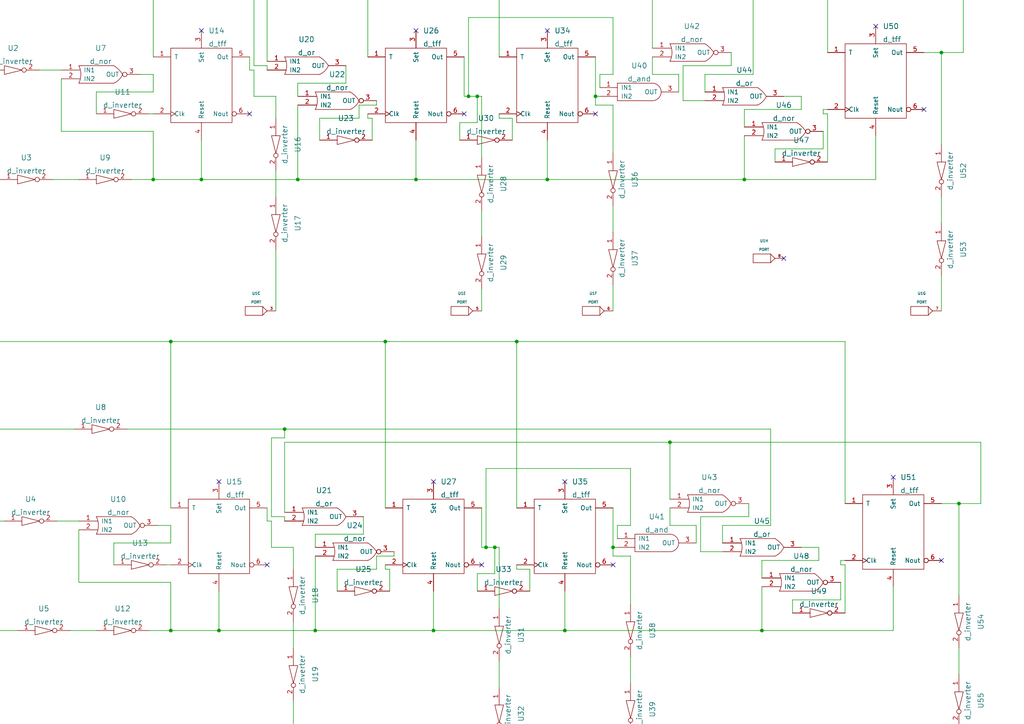
<source format=kicad_sch>
(kicad_sch (version 20211123) (generator eeschema)

  (uuid e37928ef-1683-41b0-b367-62835c326001)

  (paper "A4")

  (lib_symbols
    (symbol "eSim_Digital:d_and" (pin_names (offset 1.016)) (in_bom yes) (on_board yes)
      (property "Reference" "U" (id 0) (at 0 0 0)
        (effects (font (size 1.524 1.524)))
      )
      (property "Value" "d_and" (id 1) (at 1.27 2.54 0)
        (effects (font (size 1.524 1.524)))
      )
      (property "Footprint" "" (id 2) (at 0 0 0)
        (effects (font (size 1.524 1.524)))
      )
      (property "Datasheet" "" (id 3) (at 0 0 0)
        (effects (font (size 1.524 1.524)))
      )
      (symbol "d_and_0_1"
        (polyline
          (pts
            (xy 3.81 -1.27)
            (xy -6.35 -1.27)
            (xy -6.35 3.81)
            (xy 3.81 3.81)
          )
          (stroke (width 0) (type default) (color 0 0 0 0))
          (fill (type none))
        )
        (arc (start 3.81 -1.27) (mid 5.5897 -0.5171) (end 6.35 1.27)
          (stroke (width 0) (type default) (color 0 0 0 0))
          (fill (type none))
        )
        (arc (start 6.35 1.27) (mid 5.5971 3.0497) (end 3.81 3.81)
          (stroke (width 0) (type default) (color 0 0 0 0))
          (fill (type none))
        )
      )
      (symbol "d_and_1_1"
        (pin input line (at -11.43 2.54 0) (length 5.08)
          (name "IN1" (effects (font (size 1.27 1.27))))
          (number "1" (effects (font (size 1.27 1.27))))
        )
        (pin input line (at -11.43 0 0) (length 5.08)
          (name "IN2" (effects (font (size 1.27 1.27))))
          (number "2" (effects (font (size 1.27 1.27))))
        )
        (pin output line (at 11.43 1.27 180) (length 5.08)
          (name "OUT" (effects (font (size 1.27 1.27))))
          (number "3" (effects (font (size 1.27 1.27))))
        )
      )
    )
    (symbol "eSim_Digital:d_inverter" (pin_names (offset 1.016)) (in_bom yes) (on_board yes)
      (property "Reference" "U" (id 0) (at 0 -2.54 0)
        (effects (font (size 1.524 1.524)))
      )
      (property "Value" "d_inverter" (id 1) (at 0 3.81 0)
        (effects (font (size 1.524 1.524)))
      )
      (property "Footprint" "" (id 2) (at 1.27 -1.27 0)
        (effects (font (size 1.524 1.524)))
      )
      (property "Datasheet" "" (id 3) (at 1.27 -1.27 0)
        (effects (font (size 1.524 1.524)))
      )
      (symbol "d_inverter_0_1"
        (polyline
          (pts
            (xy -2.54 1.27)
            (xy -2.54 -1.27)
            (xy 2.54 0)
            (xy -2.54 1.27)
          )
          (stroke (width 0) (type default) (color 0 0 0 0))
          (fill (type none))
        )
      )
      (symbol "d_inverter_1_1"
        (pin input line (at -7.62 0 0) (length 5.08)
          (name "~" (effects (font (size 1.27 1.27))))
          (number "1" (effects (font (size 1.27 1.27))))
        )
        (pin output inverted (at 7.62 0 180) (length 5.08)
          (name "~" (effects (font (size 1.27 1.27))))
          (number "2" (effects (font (size 1.27 1.27))))
        )
      )
    )
    (symbol "eSim_Digital:d_nor" (pin_names (offset 1.016)) (in_bom yes) (on_board yes)
      (property "Reference" "U" (id 0) (at 0 0 0)
        (effects (font (size 1.524 1.524)))
      )
      (property "Value" "d_nor" (id 1) (at 1.27 2.54 0)
        (effects (font (size 1.524 1.524)))
      )
      (property "Footprint" "" (id 2) (at 0 0 0)
        (effects (font (size 1.524 1.524)))
      )
      (property "Datasheet" "" (id 3) (at 0 0 0)
        (effects (font (size 1.524 1.524)))
      )
      (symbol "d_nor_0_1"
        (arc (start -6.35 -1.27) (mid -5.7504 1.27) (end -6.35 3.81)
          (stroke (width 0) (type default) (color 0 0 0 0))
          (fill (type none))
        )
        (polyline
          (pts
            (xy -6.35 -1.27)
            (xy 3.81 -1.27)
          )
          (stroke (width 0) (type default) (color 0 0 0 0))
          (fill (type none))
        )
        (polyline
          (pts
            (xy -6.35 3.81)
            (xy 3.81 3.81)
          )
          (stroke (width 0) (type default) (color 0 0 0 0))
          (fill (type none))
        )
        (arc (start 3.81 -1.27) (mid 5.3181 -0.2399) (end 6.35 1.27)
          (stroke (width 0) (type default) (color 0 0 0 0))
          (fill (type none))
        )
        (arc (start 6.35 1.27) (mid 5.2222 2.6828) (end 3.81 3.81)
          (stroke (width 0) (type default) (color 0 0 0 0))
          (fill (type none))
        )
      )
      (symbol "d_nor_1_1"
        (pin input line (at -11.43 2.54 0) (length 5.461)
          (name "IN1" (effects (font (size 1.27 1.27))))
          (number "1" (effects (font (size 1.27 1.27))))
        )
        (pin input line (at -11.43 0 0) (length 5.461)
          (name "IN2" (effects (font (size 1.27 1.27))))
          (number "2" (effects (font (size 1.27 1.27))))
        )
        (pin output inverted (at 11.43 1.27 180) (length 5.08)
          (name "OUT" (effects (font (size 1.27 1.27))))
          (number "3" (effects (font (size 1.27 1.27))))
        )
      )
    )
    (symbol "eSim_Digital:d_or" (pin_names (offset 1.016)) (in_bom yes) (on_board yes)
      (property "Reference" "U" (id 0) (at 0 0 0)
        (effects (font (size 1.524 1.524)))
      )
      (property "Value" "d_or" (id 1) (at 0 2.54 0)
        (effects (font (size 1.524 1.524)))
      )
      (property "Footprint" "" (id 2) (at 0 0 0)
        (effects (font (size 1.524 1.524)))
      )
      (property "Datasheet" "" (id 3) (at 0 0 0)
        (effects (font (size 1.524 1.524)))
      )
      (symbol "d_or_0_1"
        (arc (start -6.35 -1.27) (mid -5.7504 1.27) (end -6.35 3.81)
          (stroke (width 0) (type default) (color 0 0 0 0))
          (fill (type none))
        )
        (polyline
          (pts
            (xy -6.35 -1.27)
            (xy 3.81 -1.27)
          )
          (stroke (width 0) (type default) (color 0 0 0 0))
          (fill (type none))
        )
        (polyline
          (pts
            (xy -6.35 3.81)
            (xy 3.81 3.81)
          )
          (stroke (width 0) (type default) (color 0 0 0 0))
          (fill (type none))
        )
        (arc (start 3.81 -1.27) (mid 5.3181 -0.2399) (end 6.35 1.27)
          (stroke (width 0) (type default) (color 0 0 0 0))
          (fill (type none))
        )
        (arc (start 6.35 1.27) (mid 5.2222 2.6828) (end 3.81 3.81)
          (stroke (width 0) (type default) (color 0 0 0 0))
          (fill (type none))
        )
      )
      (symbol "d_or_1_1"
        (pin input line (at -11.43 2.54 0) (length 5.461)
          (name "IN1" (effects (font (size 1.27 1.27))))
          (number "1" (effects (font (size 1.27 1.27))))
        )
        (pin input line (at -11.43 0 0) (length 5.461)
          (name "IN2" (effects (font (size 1.27 1.27))))
          (number "2" (effects (font (size 1.27 1.27))))
        )
        (pin output line (at 11.43 1.27 180) (length 5.08)
          (name "OUT" (effects (font (size 1.27 1.27))))
          (number "3" (effects (font (size 1.27 1.27))))
        )
      )
    )
    (symbol "eSim_Digital:d_tff" (pin_names (offset 1.016)) (in_bom yes) (on_board yes)
      (property "Reference" "U" (id 0) (at 0 0 0)
        (effects (font (size 1.524 1.524)))
      )
      (property "Value" "d_tff" (id 1) (at 0 3.81 0)
        (effects (font (size 1.524 1.524)))
      )
      (property "Footprint" "" (id 2) (at 0 0 0)
        (effects (font (size 1.524 1.524)))
      )
      (property "Datasheet" "" (id 3) (at 0 0 0)
        (effects (font (size 1.524 1.524)))
      )
      (symbol "d_tff_0_1"
        (rectangle (start 8.89 11.43) (end -8.89 -10.16)
          (stroke (width 0) (type default) (color 0 0 0 0))
          (fill (type none))
        )
      )
      (symbol "d_tff_1_1"
        (pin input line (at -13.97 8.89 0) (length 5.08)
          (name "T" (effects (font (size 1.27 1.27))))
          (number "1" (effects (font (size 1.27 1.27))))
        )
        (pin input clock (at -13.97 -7.62 0) (length 5.08)
          (name "Clk" (effects (font (size 1.27 1.27))))
          (number "2" (effects (font (size 1.27 1.27))))
        )
        (pin input line (at 0 16.51 270) (length 5.08)
          (name "Set" (effects (font (size 1.27 1.27))))
          (number "3" (effects (font (size 1.27 1.27))))
        )
        (pin input line (at 0 -15.24 90) (length 5.08)
          (name "Reset" (effects (font (size 1.27 1.27))))
          (number "4" (effects (font (size 1.27 1.27))))
        )
        (pin output line (at 13.97 8.89 180) (length 5.08)
          (name "Out" (effects (font (size 1.27 1.27))))
          (number "5" (effects (font (size 1.27 1.27))))
        )
        (pin output inverted (at 13.97 -7.62 180) (length 5.08)
          (name "Nout" (effects (font (size 1.27 1.27))))
          (number "6" (effects (font (size 1.27 1.27))))
        )
      )
    )
    (symbol "eSim_Miscellaneous:PORT" (pin_names (offset 1.016)) (in_bom yes) (on_board yes)
      (property "Reference" "U" (id 0) (at 1.27 2.54 0)
        (effects (font (size 0.762 0.762)))
      )
      (property "Value" "PORT" (id 1) (at 0 0 0)
        (effects (font (size 0.762 0.762)))
      )
      (property "Footprint" "" (id 2) (at 0 0 0)
        (effects (font (size 1.524 1.524)))
      )
      (property "Datasheet" "" (id 3) (at 0 0 0)
        (effects (font (size 1.524 1.524)))
      )
      (symbol "PORT_0_1"
        (rectangle (start -2.54 1.27) (end 2.54 -1.27)
          (stroke (width 0) (type default) (color 0 0 0 0))
          (fill (type none))
        )
        (arc (start 2.54 1.27) (mid 3.1355 0.5955) (end 3.81 0)
          (stroke (width 0) (type default) (color 0 0 0 0))
          (fill (type none))
        )
        (arc (start 3.81 0) (mid 3.1447 -0.6046) (end 2.54 -1.27)
          (stroke (width 0) (type default) (color 0 0 0 0))
          (fill (type none))
        )
      )
      (symbol "PORT_1_1"
        (pin bidirectional line (at 6.35 0 180) (length 2.54)
          (name "~" (effects (font (size 0.762 0.762))))
          (number "1" (effects (font (size 0.762 0.762))))
        )
      )
      (symbol "PORT_2_1"
        (pin bidirectional line (at 6.35 0 180) (length 2.54)
          (name "~" (effects (font (size 0.762 0.762))))
          (number "2" (effects (font (size 0.762 0.762))))
        )
      )
      (symbol "PORT_3_1"
        (pin bidirectional line (at 6.35 0 180) (length 2.54)
          (name "~" (effects (font (size 0.762 0.762))))
          (number "3" (effects (font (size 0.762 0.762))))
        )
      )
      (symbol "PORT_4_1"
        (pin bidirectional line (at 6.35 0 180) (length 2.54)
          (name "~" (effects (font (size 0.762 0.762))))
          (number "4" (effects (font (size 0.762 0.762))))
        )
      )
      (symbol "PORT_5_1"
        (pin bidirectional line (at 6.35 0 180) (length 2.54)
          (name "~" (effects (font (size 0.762 0.762))))
          (number "5" (effects (font (size 0.762 0.762))))
        )
      )
      (symbol "PORT_6_1"
        (pin bidirectional line (at 6.35 0 180) (length 2.54)
          (name "~" (effects (font (size 0.762 0.762))))
          (number "6" (effects (font (size 0.762 0.762))))
        )
      )
      (symbol "PORT_7_1"
        (pin bidirectional line (at 6.35 0 180) (length 2.54)
          (name "~" (effects (font (size 0.762 0.762))))
          (number "7" (effects (font (size 0.762 0.762))))
        )
      )
      (symbol "PORT_8_1"
        (pin bidirectional line (at 6.35 0 180) (length 2.54)
          (name "~" (effects (font (size 0.762 0.762))))
          (number "8" (effects (font (size 0.762 0.762))))
        )
      )
      (symbol "PORT_9_1"
        (pin bidirectional line (at 6.35 0 180) (length 2.54)
          (name "~" (effects (font (size 0.762 0.762))))
          (number "9" (effects (font (size 0.762 0.762))))
        )
      )
      (symbol "PORT_10_1"
        (pin bidirectional line (at 6.35 0 180) (length 2.54)
          (name "~" (effects (font (size 0.762 0.762))))
          (number "10" (effects (font (size 0.762 0.762))))
        )
      )
      (symbol "PORT_11_1"
        (pin bidirectional line (at 6.35 0 180) (length 2.54)
          (name "~" (effects (font (size 0.762 0.762))))
          (number "11" (effects (font (size 0.762 0.762))))
        )
      )
      (symbol "PORT_12_1"
        (pin bidirectional line (at 6.35 0 180) (length 2.54)
          (name "~" (effects (font (size 0.762 0.762))))
          (number "12" (effects (font (size 0.762 0.762))))
        )
      )
      (symbol "PORT_13_1"
        (pin bidirectional line (at 6.35 0 180) (length 2.54)
          (name "~" (effects (font (size 0.762 0.762))))
          (number "13" (effects (font (size 0.762 0.762))))
        )
      )
      (symbol "PORT_14_1"
        (pin bidirectional line (at 6.35 0 180) (length 2.54)
          (name "~" (effects (font (size 0.762 0.762))))
          (number "14" (effects (font (size 0.762 0.762))))
        )
      )
      (symbol "PORT_15_1"
        (pin bidirectional line (at 6.35 0 180) (length 2.54)
          (name "~" (effects (font (size 0.762 0.762))))
          (number "15" (effects (font (size 0.762 0.762))))
        )
      )
      (symbol "PORT_16_1"
        (pin bidirectional line (at 6.35 0 180) (length 2.54)
          (name "~" (effects (font (size 0.762 0.762))))
          (number "16" (effects (font (size 0.762 0.762))))
        )
      )
      (symbol "PORT_17_1"
        (pin bidirectional line (at 6.35 0 180) (length 2.54)
          (name "~" (effects (font (size 0.762 0.762))))
          (number "17" (effects (font (size 0.762 0.762))))
        )
      )
      (symbol "PORT_18_1"
        (pin bidirectional line (at 6.35 0 180) (length 2.54)
          (name "~" (effects (font (size 0.762 0.762))))
          (number "18" (effects (font (size 0.762 0.762))))
        )
      )
      (symbol "PORT_19_1"
        (pin bidirectional line (at 6.35 0 180) (length 2.54)
          (name "~" (effects (font (size 0.762 0.762))))
          (number "19" (effects (font (size 0.762 0.762))))
        )
      )
      (symbol "PORT_20_1"
        (pin bidirectional line (at 6.35 0 180) (length 2.54)
          (name "~" (effects (font (size 0.762 0.762))))
          (number "20" (effects (font (size 0.762 0.762))))
        )
      )
      (symbol "PORT_21_1"
        (pin bidirectional line (at 6.35 0 180) (length 2.54)
          (name "~" (effects (font (size 0.762 0.762))))
          (number "21" (effects (font (size 0.762 0.762))))
        )
      )
      (symbol "PORT_22_1"
        (pin bidirectional line (at 6.35 0 180) (length 2.54)
          (name "~" (effects (font (size 0.762 0.762))))
          (number "22" (effects (font (size 0.762 0.762))))
        )
      )
      (symbol "PORT_23_1"
        (pin bidirectional line (at 6.35 0 180) (length 2.54)
          (name "~" (effects (font (size 0.762 0.762))))
          (number "23" (effects (font (size 0.762 0.762))))
        )
      )
      (symbol "PORT_24_1"
        (pin bidirectional line (at 6.35 0 180) (length 2.54)
          (name "~" (effects (font (size 0.762 0.762))))
          (number "24" (effects (font (size 0.762 0.762))))
        )
      )
      (symbol "PORT_25_1"
        (pin bidirectional line (at 6.35 0 180) (length 2.54)
          (name "~" (effects (font (size 0.762 0.762))))
          (number "25" (effects (font (size 0.762 0.762))))
        )
      )
      (symbol "PORT_26_1"
        (pin bidirectional line (at 6.35 0 180) (length 2.54)
          (name "~" (effects (font (size 0.762 0.762))))
          (number "26" (effects (font (size 0.762 0.762))))
        )
      )
    )
  )

  (junction (at -26.67 -31.75) (diameter 0) (color 0 0 0 0)
    (uuid 012becdf-bf07-4216-b018-840013c98cda)
  )
  (junction (at 177.8 158.75) (diameter 0) (color 0 0 0 0)
    (uuid 1bdeef27-33fe-4b24-8f02-65596a9621e1)
  )
  (junction (at 172.72 27.94) (diameter 0) (color 0 0 0 0)
    (uuid 40146cad-3886-48a6-8ff7-45261d9fd2e1)
  )
  (junction (at 220.98 182.88) (diameter 0) (color 0 0 0 0)
    (uuid 4a75103c-80b2-4e6d-98d3-d9d09dc6ccc7)
  )
  (junction (at 44.45 52.07) (diameter 0) (color 0 0 0 0)
    (uuid 5b8e38b7-f935-49ac-93df-4fc6a29f0c3a)
  )
  (junction (at 194.31 128.27) (diameter 0) (color 0 0 0 0)
    (uuid 5dda2d55-6d36-4ff8-b67f-eb3896328108)
  )
  (junction (at 49.53 182.88) (diameter 0) (color 0 0 0 0)
    (uuid 72734c66-fd90-40bb-8882-7ffb9577e395)
  )
  (junction (at 273.05 15.24) (diameter 0) (color 0 0 0 0)
    (uuid 75d6484b-c098-4636-9067-0a83ba28ddae)
  )
  (junction (at 86.36 52.07) (diameter 0) (color 0 0 0 0)
    (uuid 7783fcea-998c-44c2-800e-3d9e7a05d78b)
  )
  (junction (at 120.65 52.07) (diameter 0) (color 0 0 0 0)
    (uuid 7ce09027-d17e-41e4-b956-98677592090f)
  )
  (junction (at 106.68 -31.75) (diameter 0) (color 0 0 0 0)
    (uuid 8cec4f31-9821-4bbb-a266-4678e3554f2a)
  )
  (junction (at 82.55 124.46) (diameter 0) (color 0 0 0 0)
    (uuid a0ea0224-8134-4e7a-851a-a239a5d43623)
  )
  (junction (at 49.53 99.06) (diameter 0) (color 0 0 0 0)
    (uuid a1b6a564-b061-4740-b612-aac13ada1139)
  )
  (junction (at 91.44 182.88) (diameter 0) (color 0 0 0 0)
    (uuid ab7a1def-d742-4c84-9909-494407c5e434)
  )
  (junction (at 77.47 -6.35) (diameter 0) (color 0 0 0 0)
    (uuid b1560136-9ae4-4505-9962-7f3ad203488a)
  )
  (junction (at 163.83 182.88) (diameter 0) (color 0 0 0 0)
    (uuid b2da4c3d-dae7-424f-8c55-563008faec97)
  )
  (junction (at 58.42 52.07) (diameter 0) (color 0 0 0 0)
    (uuid b93b0bcc-d7e9-4803-96a3-2bb81641f105)
  )
  (junction (at 189.23 -2.54) (diameter 0) (color 0 0 0 0)
    (uuid b97e925d-9b99-423e-8cc1-7418fc06f1db)
  )
  (junction (at 158.75 52.07) (diameter 0) (color 0 0 0 0)
    (uuid bfd992ee-293f-4803-bf98-3c23ffe35b4c)
  )
  (junction (at 111.76 99.06) (diameter 0) (color 0 0 0 0)
    (uuid c04fbcb5-d3f6-45fb-ae8a-5600faa6f44a)
  )
  (junction (at 135.89 27.94) (diameter 0) (color 0 0 0 0)
    (uuid c13226c4-c9b0-4551-810d-656cc1f070ad)
  )
  (junction (at 125.73 182.88) (diameter 0) (color 0 0 0 0)
    (uuid ca57b3fb-f445-4764-88e2-6a3b03a37333)
  )
  (junction (at 215.9 52.07) (diameter 0) (color 0 0 0 0)
    (uuid ce982c48-6994-4510-b09d-2012bfca5046)
  )
  (junction (at 44.45 -31.75) (diameter 0) (color 0 0 0 0)
    (uuid cf6f42a3-6d69-46d1-8fb4-77472485e7e3)
  )
  (junction (at 144.78 -31.75) (diameter 0) (color 0 0 0 0)
    (uuid d22479af-0aee-47c2-a0f3-84c20cb03c10)
  )
  (junction (at 143.51 158.75) (diameter 0) (color 0 0 0 0)
    (uuid d622b210-23a7-4d34-b954-4e642b8492fa)
  )
  (junction (at 149.86 99.06) (diameter 0) (color 0 0 0 0)
    (uuid d99ebe86-0ae5-4d4b-a11b-3e7d08db862e)
  )
  (junction (at 63.5 182.88) (diameter 0) (color 0 0 0 0)
    (uuid e9238ad1-1151-4494-b58b-3e36ea8b2fed)
  )
  (junction (at 278.13 146.05) (diameter 0) (color 0 0 0 0)
    (uuid eae376bb-4597-4e52-a952-c64a8b05e4d9)
  )
  (junction (at 138.43 27.94) (diameter 0) (color 0 0 0 0)
    (uuid f65187f2-b399-41dc-9a80-a0124f89b0d1)
  )
  (junction (at 140.97 158.75) (diameter 0) (color 0 0 0 0)
    (uuid f6eca42a-bcfe-4e86-983e-180f59c2f414)
  )

  (no_connect (at 172.72 33.02) (uuid 02b2694c-b31b-4a7b-94b5-2287b19a7be8))
  (no_connect (at 139.7 163.83) (uuid 15f490aa-f848-49a1-98fa-94555b2be9b0))
  (no_connect (at 77.47 163.83) (uuid 188d620e-dc88-4e0d-8fab-40f77d3ad334))
  (no_connect (at 163.83 139.7) (uuid 2b7caf7a-e21a-43b2-bc1e-67aa121eb47d))
  (no_connect (at 158.75 8.89) (uuid 306812db-e7c4-4182-aeb2-e554031ae260))
  (no_connect (at 177.8 163.83) (uuid 58d0014a-9732-4db5-a6bd-9fb22ba7a11d))
  (no_connect (at 273.05 162.56) (uuid 5cff3e10-4c6a-4227-8cd5-ac10c22743dd))
  (no_connect (at 120.65 8.89) (uuid 870a2288-2c5d-4211-a007-97c573142871))
  (no_connect (at 259.08 138.43) (uuid 9526c6b5-f215-4ee6-8765-7085b50dda80))
  (no_connect (at 72.39 33.02) (uuid 9c2a33e6-104e-4765-a265-72eb1a0d4448))
  (no_connect (at 125.73 139.7) (uuid b30bddc2-2004-4a1b-b0e1-aec7cc66b140))
  (no_connect (at 134.62 33.02) (uuid b3620d52-5a2b-40ad-ad54-c002d2637874))
  (no_connect (at 58.42 8.89) (uuid b8fd5b67-6770-4131-b19f-32baf23c614f))
  (no_connect (at 267.97 31.75) (uuid bde4f67e-8f14-4eaf-8be3-e9735049451f))
  (no_connect (at 63.5 139.7) (uuid ca9b55ac-a4f2-4a1b-b037-5afec2c06397))
  (no_connect (at 227.33 74.93) (uuid e1875f0c-9fde-4017-83df-f8f291d07fc2))
  (no_connect (at 254 7.62) (uuid e28a89de-c655-4d72-9f17-14df0c415e12))

  (wire (pts (xy 182.88 152.4) (xy 182.88 135.89))
    (stroke (width 0) (type default) (color 0 0 0 0))
    (uuid 0167fba9-5d7e-41b5-a373-5b7568afbcf5)
  )
  (wire (pts (xy 149.86 165.1) (xy 149.86 163.83))
    (stroke (width 0) (type default) (color 0 0 0 0))
    (uuid 019eacff-5ade-4eb9-b167-c91f3a3bccef)
  )
  (wire (pts (xy 109.22 30.48) (xy 104.14 30.48))
    (stroke (width 0) (type default) (color 0 0 0 0))
    (uuid 02e077ab-c8a4-4325-a9e9-378d07ee3e4d)
  )
  (wire (pts (xy 138.43 166.37) (xy 143.51 166.37))
    (stroke (width 0) (type default) (color 0 0 0 0))
    (uuid 03b26f70-596f-4e7d-bada-88f4b93df890)
  )
  (wire (pts (xy 278.13 210.82) (xy 278.13 220.98))
    (stroke (width 0) (type default) (color 0 0 0 0))
    (uuid 044610e7-806b-4f7e-82f7-81a5552fb909)
  )
  (wire (pts (xy 85.09 158.75) (xy 78.74 158.75))
    (stroke (width 0) (type default) (color 0 0 0 0))
    (uuid 0448ba1f-2ec9-4c40-a244-e5c1e81de5b5)
  )
  (wire (pts (xy 189.23 -2.54) (xy 77.47 -2.54))
    (stroke (width 0) (type default) (color 0 0 0 0))
    (uuid 073b6eb7-d059-4240-bd77-c780a96a63f8)
  )
  (wire (pts (xy 177.8 59.69) (xy 177.8 67.31))
    (stroke (width 0) (type default) (color 0 0 0 0))
    (uuid 07e0301e-2d16-449b-b49b-b1d42cc66065)
  )
  (wire (pts (xy 215.9 31.75) (xy 215.9 36.83))
    (stroke (width 0) (type default) (color 0 0 0 0))
    (uuid 090868ed-3963-427e-89ec-986afb04e393)
  )
  (wire (pts (xy 111.76 99.06) (xy 149.86 99.06))
    (stroke (width 0) (type default) (color 0 0 0 0))
    (uuid 091be80d-0a2e-4d8f-b860-bca6caa13fd1)
  )
  (wire (pts (xy 43.18 182.88) (xy 49.53 182.88))
    (stroke (width 0) (type default) (color 0 0 0 0))
    (uuid 09540787-6347-4631-a912-28e5cf29803d)
  )
  (wire (pts (xy 49.53 99.06) (xy 49.53 147.32))
    (stroke (width 0) (type default) (color 0 0 0 0))
    (uuid 0b0676cd-ad60-455c-a20e-a3d9746d98a2)
  )
  (wire (pts (xy 44.45 -31.75) (xy 44.45 16.51))
    (stroke (width 0) (type default) (color 0 0 0 0))
    (uuid 0cb9e81e-2371-4124-bb76-3d1496076a04)
  )
  (wire (pts (xy 85.09 165.1) (xy 85.09 158.75))
    (stroke (width 0) (type default) (color 0 0 0 0))
    (uuid 0ce3d94f-d02d-46e5-b2c0-4f72708aa875)
  )
  (wire (pts (xy 148.59 34.29) (xy 144.78 34.29))
    (stroke (width 0) (type default) (color 0 0 0 0))
    (uuid 0f966ac3-5d68-4293-8a52-3ab06419c6f0)
  )
  (wire (pts (xy 120.65 52.07) (xy 158.75 52.07))
    (stroke (width 0) (type default) (color 0 0 0 0))
    (uuid 0fa692c3-5a5e-4c69-bdcf-379ee875219d)
  )
  (wire (pts (xy 220.98 182.88) (xy 259.08 182.88))
    (stroke (width 0) (type default) (color 0 0 0 0))
    (uuid 113b97ed-388d-4da3-93b6-d3bda32c4a79)
  )
  (wire (pts (xy 143.51 158.75) (xy 144.78 158.75))
    (stroke (width 0) (type default) (color 0 0 0 0))
    (uuid 11511209-bef8-44ca-8910-5d0c440fd7db)
  )
  (wire (pts (xy 44.45 38.1) (xy 44.45 52.07))
    (stroke (width 0) (type default) (color 0 0 0 0))
    (uuid 125a9adb-d473-48b7-b621-0024b2e3d041)
  )
  (wire (pts (xy 82.55 124.46) (xy 82.55 127))
    (stroke (width 0) (type default) (color 0 0 0 0))
    (uuid 12bb1285-262b-4955-8727-3e66be0d33e3)
  )
  (wire (pts (xy 240.03 -31.75) (xy 240.03 15.24))
    (stroke (width 0) (type default) (color 0 0 0 0))
    (uuid 1329e64f-e179-4910-9313-ca926e533df0)
  )
  (wire (pts (xy 245.11 99.06) (xy 245.11 146.05))
    (stroke (width 0) (type default) (color 0 0 0 0))
    (uuid 1591d6e8-817b-43c6-9129-0ccc304e9a2f)
  )
  (wire (pts (xy 198.12 29.21) (xy 204.47 29.21))
    (stroke (width 0) (type default) (color 0 0 0 0))
    (uuid 159f88e0-f72b-46cd-acb5-ac7c7a895fdb)
  )
  (wire (pts (xy 111.76 99.06) (xy 111.76 147.32))
    (stroke (width 0) (type default) (color 0 0 0 0))
    (uuid 163fa910-60ab-49ea-a86b-f6af34665238)
  )
  (wire (pts (xy 278.13 187.96) (xy 278.13 195.58))
    (stroke (width 0) (type default) (color 0 0 0 0))
    (uuid 17279066-46c7-42a0-97dd-b93b9100b3a8)
  )
  (wire (pts (xy 144.78 214.63) (xy 144.78 222.25))
    (stroke (width 0) (type default) (color 0 0 0 0))
    (uuid 175b279b-f840-41a3-86f8-515c4efb0100)
  )
  (wire (pts (xy 44.45 52.07) (xy 58.42 52.07))
    (stroke (width 0) (type default) (color 0 0 0 0))
    (uuid 1844aed0-c276-4aba-9c5a-0e30f09a42f8)
  )
  (wire (pts (xy 238.76 31.75) (xy 240.03 31.75))
    (stroke (width 0) (type default) (color 0 0 0 0))
    (uuid 1ada4530-cade-4428-8e6d-4287917c48a6)
  )
  (wire (pts (xy 15.24 52.07) (xy 22.86 52.07))
    (stroke (width 0) (type default) (color 0 0 0 0))
    (uuid 1b92bfe0-3d0a-4d18-ace9-1cf89ed2a7af)
  )
  (wire (pts (xy 143.51 166.37) (xy 143.51 158.75))
    (stroke (width 0) (type default) (color 0 0 0 0))
    (uuid 1bb35e81-966f-40de-99c1-0a77ffaf4c17)
  )
  (wire (pts (xy 201.93 157.48) (xy 201.93 152.4))
    (stroke (width 0) (type default) (color 0 0 0 0))
    (uuid 1c1b82ea-e831-4502-b1f8-edbc82fc345d)
  )
  (wire (pts (xy 273.05 80.01) (xy 273.05 90.17))
    (stroke (width 0) (type default) (color 0 0 0 0))
    (uuid 1e9359dd-d8e7-4ad8-802e-88bde692d0b1)
  )
  (wire (pts (xy 238.76 33.02) (xy 238.76 31.75))
    (stroke (width 0) (type default) (color 0 0 0 0))
    (uuid 222dd975-59ac-406d-afa1-4d5f711da9bb)
  )
  (wire (pts (xy -12.7 151.13) (xy 1.27 151.13))
    (stroke (width 0) (type default) (color 0 0 0 0))
    (uuid 2265992d-398a-4deb-8265-dd369e44c754)
  )
  (wire (pts (xy 273.05 146.05) (xy 278.13 146.05))
    (stroke (width 0) (type default) (color 0 0 0 0))
    (uuid 22db67f6-b8fb-4922-8694-56da4851fcd0)
  )
  (wire (pts (xy 196.85 21.59) (xy 189.23 21.59))
    (stroke (width 0) (type default) (color 0 0 0 0))
    (uuid 2330ecbe-7581-416e-ad5a-3082e1b4dc70)
  )
  (wire (pts (xy 163.83 171.45) (xy 163.83 182.88))
    (stroke (width 0) (type default) (color 0 0 0 0))
    (uuid 240ef81d-bbde-47f1-94a5-2e1131f8edde)
  )
  (wire (pts (xy 80.01 34.29) (xy 80.01 27.94))
    (stroke (width 0) (type default) (color 0 0 0 0))
    (uuid 2415e6dc-06aa-4fe2-92f3-3f2726f39d11)
  )
  (wire (pts (xy 232.41 31.75) (xy 215.9 31.75))
    (stroke (width 0) (type default) (color 0 0 0 0))
    (uuid 25251a0c-6d0f-4608-a0a8-d932c378360a)
  )
  (wire (pts (xy 44.45 -31.75) (xy 106.68 -31.75))
    (stroke (width 0) (type default) (color 0 0 0 0))
    (uuid 2547bd87-a587-47c7-b367-3b0dbd43b9ac)
  )
  (wire (pts (xy 43.18 33.02) (xy 44.45 33.02))
    (stroke (width 0) (type default) (color 0 0 0 0))
    (uuid 25aebfba-10e6-42ba-9e66-f8483c0da79a)
  )
  (wire (pts (xy 284.48 146.05) (xy 284.48 128.27))
    (stroke (width 0) (type default) (color 0 0 0 0))
    (uuid 25e236cc-53fa-41be-a4b5-78d77028ce54)
  )
  (wire (pts (xy 254 52.07) (xy 254 39.37))
    (stroke (width 0) (type default) (color 0 0 0 0))
    (uuid 27182c0a-36f2-4588-b921-b2aa3fb64e18)
  )
  (wire (pts (xy -19.05 -6.35) (xy 16.51 -6.35))
    (stroke (width 0) (type default) (color 0 0 0 0))
    (uuid 284a5c74-9b51-40c5-87af-cf42627dc8d3)
  )
  (wire (pts (xy 58.42 40.64) (xy 58.42 52.07))
    (stroke (width 0) (type default) (color 0 0 0 0))
    (uuid 2c45d319-1c03-46d7-9e9c-ff27623689d4)
  )
  (wire (pts (xy 201.93 152.4) (xy 194.31 152.4))
    (stroke (width 0) (type default) (color 0 0 0 0))
    (uuid 2c959705-f57b-4b7f-a626-e1371e8ee783)
  )
  (wire (pts (xy 177.8 30.48) (xy 172.72 30.48))
    (stroke (width 0) (type default) (color 0 0 0 0))
    (uuid 2cab1a1b-0b31-4572-b5a3-29a0dfac26e1)
  )
  (wire (pts (xy 40.64 21.59) (xy 44.45 21.59))
    (stroke (width 0) (type default) (color 0 0 0 0))
    (uuid 2dc606c6-6adb-4db0-888a-ce1851849744)
  )
  (wire (pts (xy 212.09 15.24) (xy 212.09 19.05))
    (stroke (width 0) (type default) (color 0 0 0 0))
    (uuid 2dd48037-95c9-418d-b0a6-5f8fc838daf2)
  )
  (wire (pts (xy 45.72 152.4) (xy 49.53 152.4))
    (stroke (width 0) (type default) (color 0 0 0 0))
    (uuid 2de23b0f-fa65-4793-b9a2-16e1b974582a)
  )
  (wire (pts (xy 77.47 147.32) (xy 77.47 151.13))
    (stroke (width 0) (type default) (color 0 0 0 0))
    (uuid 2f8f6017-72fb-465d-a5ad-3fd6285f1ccd)
  )
  (wire (pts (xy 78.74 149.86) (xy 82.55 149.86))
    (stroke (width 0) (type default) (color 0 0 0 0))
    (uuid 30057c32-5ef3-45b0-8ce1-2926d66bd4ee)
  )
  (wire (pts (xy 133.35 40.64) (xy 133.35 35.56))
    (stroke (width 0) (type default) (color 0 0 0 0))
    (uuid 3072437c-74e7-4bc6-9fd3-4efdf8a4b3fe)
  )
  (wire (pts (xy 33.02 157.48) (xy 33.02 163.83))
    (stroke (width 0) (type default) (color 0 0 0 0))
    (uuid 32068a4b-4e0f-4038-82b8-360f0b434936)
  )
  (wire (pts (xy 104.14 30.48) (xy 104.14 34.29))
    (stroke (width 0) (type default) (color 0 0 0 0))
    (uuid 322385fc-69fb-4dc8-a3b9-a578fe0b3c07)
  )
  (wire (pts (xy 279.4 15.24) (xy 279.4 -2.54))
    (stroke (width 0) (type default) (color 0 0 0 0))
    (uuid 3260f329-03a0-452c-a918-7d8a5b24b1d7)
  )
  (wire (pts (xy 220.98 162.56) (xy 220.98 167.64))
    (stroke (width 0) (type default) (color 0 0 0 0))
    (uuid 32f8f156-2cfa-4eba-8301-ee455feeb8dc)
  )
  (wire (pts (xy 218.44 21.59) (xy 218.44 -6.35))
    (stroke (width 0) (type default) (color 0 0 0 0))
    (uuid 359f8018-dde9-4b64-a076-f1cfb8903709)
  )
  (wire (pts (xy 17.78 38.1) (xy 44.45 38.1))
    (stroke (width 0) (type default) (color 0 0 0 0))
    (uuid 3643ae29-2643-4908-8e5c-6f40ffe673a7)
  )
  (wire (pts (xy 215.9 39.37) (xy 215.9 52.07))
    (stroke (width 0) (type default) (color 0 0 0 0))
    (uuid 393d6bc7-0ed4-43a4-bdc9-469870ff19cc)
  )
  (wire (pts (xy 184.15 219.71) (xy 182.88 219.71))
    (stroke (width 0) (type default) (color 0 0 0 0))
    (uuid 396743f8-a366-4454-8bc3-a0e7afc0fbba)
  )
  (wire (pts (xy 85.09 203.2) (xy 85.09 222.25))
    (stroke (width 0) (type default) (color 0 0 0 0))
    (uuid 397155ac-c013-4265-a00a-e24f3150127a)
  )
  (wire (pts (xy 177.8 5.08) (xy 135.89 5.08))
    (stroke (width 0) (type default) (color 0 0 0 0))
    (uuid 39fb87e3-0735-4860-aa88-6f8e0bf19421)
  )
  (wire (pts (xy 109.22 161.29) (xy 109.22 165.1))
    (stroke (width 0) (type default) (color 0 0 0 0))
    (uuid 3c7776cd-8e47-451c-b1ba-859ae1b09d96)
  )
  (wire (pts (xy 11.43 20.32) (xy 17.78 20.32))
    (stroke (width 0) (type default) (color 0 0 0 0))
    (uuid 3c8f051f-01b0-4e42-8440-ca6a27ef56d7)
  )
  (wire (pts (xy 16.51 151.13) (xy 22.86 151.13))
    (stroke (width 0) (type default) (color 0 0 0 0))
    (uuid 3d94380f-ed9e-470f-a956-8709dd0d54d4)
  )
  (wire (pts (xy 279.4 -2.54) (xy 189.23 -2.54))
    (stroke (width 0) (type default) (color 0 0 0 0))
    (uuid 3e47e9cd-5a24-4d52-8b03-f8ee7d863d77)
  )
  (wire (pts (xy 173.99 21.59) (xy 177.8 21.59))
    (stroke (width 0) (type default) (color 0 0 0 0))
    (uuid 435ce5b2-deee-4f88-9d87-7e6d4c6e07ae)
  )
  (wire (pts (xy 224.79 43.18) (xy 224.79 46.99))
    (stroke (width 0) (type default) (color 0 0 0 0))
    (uuid 453f176c-d83e-484f-8144-722e268bed30)
  )
  (wire (pts (xy 177.8 21.59) (xy 177.8 5.08))
    (stroke (width 0) (type default) (color 0 0 0 0))
    (uuid 4589143b-8a78-4aa0-8e49-f5971d53201d)
  )
  (wire (pts (xy 91.44 182.88) (xy 125.73 182.88))
    (stroke (width 0) (type default) (color 0 0 0 0))
    (uuid 46220cd9-b989-49b1-8e66-eaaa94692bee)
  )
  (wire (pts (xy 204.47 26.67) (xy 204.47 21.59))
    (stroke (width 0) (type default) (color 0 0 0 0))
    (uuid 473d48a6-d0c4-487c-a5eb-17b8fd131630)
  )
  (wire (pts (xy 73.66 19.05) (xy 77.47 19.05))
    (stroke (width 0) (type default) (color 0 0 0 0))
    (uuid 48944fb5-96ba-47d4-beb9-21e6fa9fe3a7)
  )
  (wire (pts (xy 238.76 43.18) (xy 224.79 43.18))
    (stroke (width 0) (type default) (color 0 0 0 0))
    (uuid 496486a8-a4d8-4f74-84d2-c0cb2cbf22e5)
  )
  (wire (pts (xy 172.72 16.51) (xy 172.72 27.94))
    (stroke (width 0) (type default) (color 0 0 0 0))
    (uuid 4a376f44-4818-4deb-bc41-157b6de8bcb8)
  )
  (wire (pts (xy 100.33 24.13) (xy 86.36 24.13))
    (stroke (width 0) (type default) (color 0 0 0 0))
    (uuid 4aa4c3ef-eeb5-418d-851b-ffe1ec0f95e6)
  )
  (wire (pts (xy 109.22 165.1) (xy 97.79 165.1))
    (stroke (width 0) (type default) (color 0 0 0 0))
    (uuid 4be325a6-e384-4999-a5b3-d21e64ef259f)
  )
  (wire (pts (xy 100.33 19.05) (xy 100.33 24.13))
    (stroke (width 0) (type default) (color 0 0 0 0))
    (uuid 4d1b5a4f-0b60-4e8c-819f-58e97225a5d7)
  )
  (wire (pts (xy 85.09 180.34) (xy 85.09 187.96))
    (stroke (width 0) (type default) (color 0 0 0 0))
    (uuid 4db05f46-2647-4056-8d5a-0b8b22c7d86c)
  )
  (wire (pts (xy 49.53 182.88) (xy 63.5 182.88))
    (stroke (width 0) (type default) (color 0 0 0 0))
    (uuid 4def3d53-3b38-4c90-80bd-dac147e81af5)
  )
  (wire (pts (xy 97.79 165.1) (xy 97.79 171.45))
    (stroke (width 0) (type default) (color 0 0 0 0))
    (uuid 4e36938e-a813-4dcf-8428-08a5ba898806)
  )
  (wire (pts (xy 179.07 156.21) (xy 179.07 152.4))
    (stroke (width 0) (type default) (color 0 0 0 0))
    (uuid 4f2b420b-590f-4b6c-b85c-f907ddcdc11b)
  )
  (wire (pts (xy 38.1 52.07) (xy 44.45 52.07))
    (stroke (width 0) (type default) (color 0 0 0 0))
    (uuid 52b5ab45-7067-46a7-a37c-cb54b6757307)
  )
  (wire (pts (xy 107.95 34.29) (xy 106.68 34.29))
    (stroke (width 0) (type default) (color 0 0 0 0))
    (uuid 545004c5-0674-4b56-9dd4-7b34d617fafd)
  )
  (wire (pts (xy 148.59 40.64) (xy 148.59 34.29))
    (stroke (width 0) (type default) (color 0 0 0 0))
    (uuid 553a5d66-8ac3-4278-a1ef-ed4df7b643b4)
  )
  (wire (pts (xy 22.86 168.91) (xy 49.53 168.91))
    (stroke (width 0) (type default) (color 0 0 0 0))
    (uuid 557338ba-262a-42ee-9134-14c16a1a15f8)
  )
  (wire (pts (xy 194.31 152.4) (xy 194.31 147.32))
    (stroke (width 0) (type default) (color 0 0 0 0))
    (uuid 55c3f07a-f057-4e69-aac7-2d813c1d9cd3)
  )
  (wire (pts (xy 172.72 30.48) (xy 172.72 27.94))
    (stroke (width 0) (type default) (color 0 0 0 0))
    (uuid 561def9e-62b9-4d6c-a2b6-0bb7fd54ee33)
  )
  (wire (pts (xy 182.88 175.26) (xy 182.88 161.29))
    (stroke (width 0) (type default) (color 0 0 0 0))
    (uuid 566a70e2-3e4f-48bc-af48-a0168a1a43aa)
  )
  (wire (pts (xy 134.62 16.51) (xy 134.62 27.94))
    (stroke (width 0) (type default) (color 0 0 0 0))
    (uuid 56c1bff9-dade-4ad4-8e64-4d48de84f43e)
  )
  (wire (pts (xy 149.86 99.06) (xy 149.86 147.32))
    (stroke (width 0) (type default) (color 0 0 0 0))
    (uuid 585ce53d-1ded-425c-a750-d06074ff028c)
  )
  (wire (pts (xy 78.74 127) (xy 78.74 149.86))
    (stroke (width 0) (type default) (color 0 0 0 0))
    (uuid 59efa861-bb16-4206-9f07-8df97f54bfe1)
  )
  (wire (pts (xy 144.78 191.77) (xy 144.78 199.39))
    (stroke (width 0) (type default) (color 0 0 0 0))
    (uuid 5a551b52-e337-42d7-8832-3a9463989da8)
  )
  (wire (pts (xy 82.55 128.27) (xy 82.55 148.59))
    (stroke (width 0) (type default) (color 0 0 0 0))
    (uuid 5abd38c1-902f-48cb-bd53-b5cd4635d315)
  )
  (wire (pts (xy 86.36 24.13) (xy 86.36 27.94))
    (stroke (width 0) (type default) (color 0 0 0 0))
    (uuid 5bb60663-1aaf-457b-9c2f-da0c050704ba)
  )
  (wire (pts (xy 232.41 158.75) (xy 237.49 158.75))
    (stroke (width 0) (type default) (color 0 0 0 0))
    (uuid 5bc11bf3-d788-4616-bb62-92478bf72a69)
  )
  (wire (pts (xy -26.67 -31.75) (xy 44.45 -31.75))
    (stroke (width 0) (type default) (color 0 0 0 0))
    (uuid 5bd8b7fe-a87e-42b1-a4d1-d32f561989b8)
  )
  (wire (pts (xy -31.75 -19.05) (xy -26.67 -19.05))
    (stroke (width 0) (type default) (color 0 0 0 0))
    (uuid 5c1066d8-240a-4781-a233-46eb580f22e3)
  )
  (wire (pts (xy 135.89 5.08) (xy 135.89 27.94))
    (stroke (width 0) (type default) (color 0 0 0 0))
    (uuid 5f991407-f6ae-42a1-b9e6-ef673c7c1c07)
  )
  (wire (pts (xy 182.88 190.5) (xy 182.88 198.12))
    (stroke (width 0) (type default) (color 0 0 0 0))
    (uuid 5fba17c9-28ed-40f8-970a-22f361e242b1)
  )
  (wire (pts (xy 138.43 171.45) (xy 138.43 166.37))
    (stroke (width 0) (type default) (color 0 0 0 0))
    (uuid 65cbfccc-a525-4ce3-9ae7-2e07fede5db0)
  )
  (wire (pts (xy 273.05 15.24) (xy 273.05 41.91))
    (stroke (width 0) (type default) (color 0 0 0 0))
    (uuid 6650a96f-72a8-47b2-9ff6-813802073168)
  )
  (wire (pts (xy 109.22 29.21) (xy 109.22 30.48))
    (stroke (width 0) (type default) (color 0 0 0 0))
    (uuid 6824eb25-53a8-476b-9f9e-69e6824435ee)
  )
  (wire (pts (xy 63.5 182.88) (xy 91.44 182.88))
    (stroke (width 0) (type default) (color 0 0 0 0))
    (uuid 6879181e-926d-4a40-be2b-b284b9486e20)
  )
  (wire (pts (xy -17.78 20.32) (xy -3.81 20.32))
    (stroke (width 0) (type default) (color 0 0 0 0))
    (uuid 6901fce5-d368-41a0-9689-12288ec136a8)
  )
  (wire (pts (xy 91.44 161.29) (xy 91.44 182.88))
    (stroke (width 0) (type default) (color 0 0 0 0))
    (uuid 6a06fba0-1b67-4b6d-92ed-0ad940e89361)
  )
  (wire (pts (xy 92.71 34.29) (xy 92.71 40.64))
    (stroke (width 0) (type default) (color 0 0 0 0))
    (uuid 6a6d715c-7d07-4ba7-8b2e-1c9040df0a87)
  )
  (wire (pts (xy 114.3 161.29) (xy 109.22 161.29))
    (stroke (width 0) (type default) (color 0 0 0 0))
    (uuid 6ad1d6ab-5919-4f0e-a9a7-85efacc1a90b)
  )
  (wire (pts (xy 106.68 -31.75) (xy 144.78 -31.75))
    (stroke (width 0) (type default) (color 0 0 0 0))
    (uuid 6b747378-d000-4fdd-a848-5d2913a171ac)
  )
  (wire (pts (xy 237.49 162.56) (xy 220.98 162.56))
    (stroke (width 0) (type default) (color 0 0 0 0))
    (uuid 6c2c1ee2-16c9-48aa-aaab-1b64f51c3604)
  )
  (wire (pts (xy 49.53 168.91) (xy 49.53 182.88))
    (stroke (width 0) (type default) (color 0 0 0 0))
    (uuid 6f17e948-c3c7-43ed-989b-072827cf7346)
  )
  (wire (pts (xy -13.97 124.46) (xy 21.59 124.46))
    (stroke (width 0) (type default) (color 0 0 0 0))
    (uuid 6f1aa0de-57e8-4a10-9516-8a261de62a06)
  )
  (wire (pts (xy 149.86 99.06) (xy 245.11 99.06))
    (stroke (width 0) (type default) (color 0 0 0 0))
    (uuid 6fa99310-571b-4b86-a2f5-901d7529c609)
  )
  (wire (pts (xy 182.88 213.36) (xy 182.88 219.71))
    (stroke (width 0) (type default) (color 0 0 0 0))
    (uuid 6fb8aea8-4af1-45d2-a724-1fefe57e4994)
  )
  (wire (pts (xy 36.83 124.46) (xy 82.55 124.46))
    (stroke (width 0) (type default) (color 0 0 0 0))
    (uuid 71b3423d-cfe9-451d-9bd1-811ee0b5fe1d)
  )
  (wire (pts (xy -33.02 -31.75) (xy -26.67 -31.75))
    (stroke (width 0) (type default) (color 0 0 0 0))
    (uuid 71d4db39-3606-4ddf-91ca-2bc68554c360)
  )
  (wire (pts (xy 139.7 83.82) (xy 139.7 90.17))
    (stroke (width 0) (type default) (color 0 0 0 0))
    (uuid 725b1d56-d24e-4039-a8e2-a0289e6b49c2)
  )
  (wire (pts (xy 243.84 168.91) (xy 243.84 173.99))
    (stroke (width 0) (type default) (color 0 0 0 0))
    (uuid 726e8d2e-113f-4eac-8a9d-4f759b515f34)
  )
  (wire (pts (xy 120.65 40.64) (xy 120.65 52.07))
    (stroke (width 0) (type default) (color 0 0 0 0))
    (uuid 73b6df82-1b55-43a5-90c3-e79b86be0a37)
  )
  (wire (pts (xy 223.52 152.4) (xy 223.52 124.46))
    (stroke (width 0) (type default) (color 0 0 0 0))
    (uuid 73d4c5bf-b8f0-40f5-bd82-a81143eac9fd)
  )
  (wire (pts (xy 139.7 147.32) (xy 139.7 158.75))
    (stroke (width 0) (type default) (color 0 0 0 0))
    (uuid 746d5e3f-29d4-4b16-bf19-c7d1fb3949d6)
  )
  (wire (pts (xy 245.11 177.8) (xy 245.11 163.83))
    (stroke (width 0) (type default) (color 0 0 0 0))
    (uuid 76815d26-6ebd-42fc-a31e-fd0a193e78fc)
  )
  (wire (pts (xy 106.68 -31.75) (xy 106.68 16.51))
    (stroke (width 0) (type default) (color 0 0 0 0))
    (uuid 76b593b5-15b9-4052-9149-ab7e685594c1)
  )
  (wire (pts (xy 63.5 171.45) (xy 63.5 182.88))
    (stroke (width 0) (type default) (color 0 0 0 0))
    (uuid 76e6b76f-cc2c-4f92-8aa9-e6c74dfaaa65)
  )
  (wire (pts (xy -31.75 99.06) (xy 49.53 99.06))
    (stroke (width 0) (type default) (color 0 0 0 0))
    (uuid 781e3cb8-62c5-4b94-8af2-93e1ae07ad05)
  )
  (wire (pts (xy 273.05 57.15) (xy 273.05 64.77))
    (stroke (width 0) (type default) (color 0 0 0 0))
    (uuid 790e1eff-5f2e-40e4-8e88-3509c524fa71)
  )
  (wire (pts (xy 135.89 27.94) (xy 138.43 27.94))
    (stroke (width 0) (type default) (color 0 0 0 0))
    (uuid 797134e2-cb2e-4dcb-8c01-c40d4587a9a1)
  )
  (wire (pts (xy 284.48 128.27) (xy 194.31 128.27))
    (stroke (width 0) (type default) (color 0 0 0 0))
    (uuid 7bd66d85-573d-4e09-a9d0-1c5902007e01)
  )
  (wire (pts (xy 139.7 158.75) (xy 140.97 158.75))
    (stroke (width 0) (type default) (color 0 0 0 0))
    (uuid 7f55a5ac-b1e2-4f30-bd3b-f97f164a1f0f)
  )
  (wire (pts (xy 177.8 158.75) (xy 179.07 158.75))
    (stroke (width 0) (type default) (color 0 0 0 0))
    (uuid 8083ee3f-ae69-4cba-aef1-352eadc8e17b)
  )
  (wire (pts (xy 158.75 52.07) (xy 215.9 52.07))
    (stroke (width 0) (type default) (color 0 0 0 0))
    (uuid 81b17499-c6e0-4469-a2f4-b1e2b89d65ab)
  )
  (wire (pts (xy 17.78 22.86) (xy 17.78 38.1))
    (stroke (width 0) (type default) (color 0 0 0 0))
    (uuid 8233fa72-d8a0-4662-8f1d-ab7e6417c3e8)
  )
  (wire (pts (xy 91.44 154.94) (xy 91.44 158.75))
    (stroke (width 0) (type default) (color 0 0 0 0))
    (uuid 847d2f2c-12e7-4463-8d11-d2bd617439b1)
  )
  (wire (pts (xy 182.88 135.89) (xy 140.97 135.89))
    (stroke (width 0) (type default) (color 0 0 0 0))
    (uuid 85656b07-0126-4985-a06f-f754b547a7c3)
  )
  (wire (pts (xy 267.97 15.24) (xy 273.05 15.24))
    (stroke (width 0) (type default) (color 0 0 0 0))
    (uuid 8637ff7e-2285-4b77-a678-730b4b94c17a)
  )
  (wire (pts (xy 44.45 21.59) (xy 44.45 26.67))
    (stroke (width 0) (type default) (color 0 0 0 0))
    (uuid 88bf0a07-d7eb-43db-ad5e-2d4ae0c6c8d8)
  )
  (wire (pts (xy 153.67 171.45) (xy 153.67 165.1))
    (stroke (width 0) (type default) (color 0 0 0 0))
    (uuid 8cd80afb-2137-4218-8933-df034a261d1c)
  )
  (wire (pts (xy 80.01 49.53) (xy 80.01 57.15))
    (stroke (width 0) (type default) (color 0 0 0 0))
    (uuid 8d3ab7b2-534d-492f-85e2-7b7d363f3303)
  )
  (wire (pts (xy 86.36 30.48) (xy 86.36 52.07))
    (stroke (width 0) (type default) (color 0 0 0 0))
    (uuid 8dbd8fe2-1d99-45e2-b604-e1b05f8650b6)
  )
  (wire (pts (xy 77.47 -3.81) (xy 73.66 -3.81))
    (stroke (width 0) (type default) (color 0 0 0 0))
    (uuid 8e9ed1fb-652f-48fa-b5a0-be4ae89ab210)
  )
  (wire (pts (xy 212.09 19.05) (xy 198.12 19.05))
    (stroke (width 0) (type default) (color 0 0 0 0))
    (uuid 8fa7735a-180c-4587-8b9f-0bdfe6d834a4)
  )
  (wire (pts (xy 203.2 149.86) (xy 203.2 160.02))
    (stroke (width 0) (type default) (color 0 0 0 0))
    (uuid 8fb82434-1d78-4596-986f-30075a412212)
  )
  (wire (pts (xy 227.33 27.94) (xy 232.41 27.94))
    (stroke (width 0) (type default) (color 0 0 0 0))
    (uuid 90219934-72b5-4cfb-97de-a091cf4b946b)
  )
  (wire (pts (xy 173.99 25.4) (xy 173.99 21.59))
    (stroke (width 0) (type default) (color 0 0 0 0))
    (uuid 913e1cf7-6ea6-4c5f-8d6e-3ec1fef18cf6)
  )
  (wire (pts (xy 209.55 152.4) (xy 223.52 152.4))
    (stroke (width 0) (type default) (color 0 0 0 0))
    (uuid 922e8c55-558e-4d31-8635-b85a1fb19ce4)
  )
  (wire (pts (xy 232.41 27.94) (xy 232.41 31.75))
    (stroke (width 0) (type default) (color 0 0 0 0))
    (uuid 938282c8-0203-484c-864f-2b744ac65dea)
  )
  (wire (pts (xy 113.03 171.45) (xy 113.03 165.1))
    (stroke (width 0) (type default) (color 0 0 0 0))
    (uuid 94ec3dd4-a6bb-46b4-abe9-24372d0e5260)
  )
  (wire (pts (xy 243.84 162.56) (xy 245.11 162.56))
    (stroke (width 0) (type default) (color 0 0 0 0))
    (uuid 958801fa-4512-4225-9f13-ffaa8cd1e31e)
  )
  (wire (pts (xy 86.36 52.07) (xy 120.65 52.07))
    (stroke (width 0) (type default) (color 0 0 0 0))
    (uuid 95f078e7-8423-499c-8101-e6f925579852)
  )
  (wire (pts (xy 144.78 -31.75) (xy 144.78 16.51))
    (stroke (width 0) (type default) (color 0 0 0 0))
    (uuid 95f763a6-bd12-48dd-bb64-8ba0ca555916)
  )
  (wire (pts (xy 203.2 160.02) (xy 209.55 160.02))
    (stroke (width 0) (type default) (color 0 0 0 0))
    (uuid 977bd686-500d-48d2-8688-93ac3eedfdb0)
  )
  (wire (pts (xy 189.23 21.59) (xy 189.23 16.51))
    (stroke (width 0) (type default) (color 0 0 0 0))
    (uuid 98496052-cf6f-433e-9503-f89b29af8329)
  )
  (wire (pts (xy 189.23 -2.54) (xy 189.23 13.97))
    (stroke (width 0) (type default) (color 0 0 0 0))
    (uuid 9936af51-94e6-445a-afb5-4e824f101b8e)
  )
  (wire (pts (xy 113.03 165.1) (xy 111.76 165.1))
    (stroke (width 0) (type default) (color 0 0 0 0))
    (uuid 998bf8ff-81e7-4506-9a29-72f94a511d9b)
  )
  (wire (pts (xy 133.35 35.56) (xy 138.43 35.56))
    (stroke (width 0) (type default) (color 0 0 0 0))
    (uuid 9c64b280-3361-4f60-8140-3ef544f42082)
  )
  (wire (pts (xy 58.42 52.07) (xy 86.36 52.07))
    (stroke (width 0) (type default) (color 0 0 0 0))
    (uuid 9d35448e-f856-4834-8ff3-d4056f029b7d)
  )
  (wire (pts (xy 237.49 158.75) (xy 237.49 162.56))
    (stroke (width 0) (type default) (color 0 0 0 0))
    (uuid 9f35682d-555e-4960-81da-71b81d0f15c7)
  )
  (wire (pts (xy 22.86 153.67) (xy 22.86 168.91))
    (stroke (width 0) (type default) (color 0 0 0 0))
    (uuid 9f65e733-a7e9-4d31-997e-4917af084eb4)
  )
  (wire (pts (xy 223.52 124.46) (xy 82.55 124.46))
    (stroke (width 0) (type default) (color 0 0 0 0))
    (uuid 9f8ef98f-5897-4f13-88a2-98626cf4a942)
  )
  (wire (pts (xy 80.01 72.39) (xy 80.01 90.17))
    (stroke (width 0) (type default) (color 0 0 0 0))
    (uuid a057c3eb-7100-4b50-9163-37aa408e4469)
  )
  (wire (pts (xy 138.43 27.94) (xy 139.7 27.94))
    (stroke (width 0) (type default) (color 0 0 0 0))
    (uuid a3722a62-563b-42b6-a324-08b521884571)
  )
  (wire (pts (xy 198.12 19.05) (xy 198.12 29.21))
    (stroke (width 0) (type default) (color 0 0 0 0))
    (uuid a5dd6487-7450-4036-9dbf-cd578d0ae99e)
  )
  (wire (pts (xy 114.3 160.02) (xy 114.3 161.29))
    (stroke (width 0) (type default) (color 0 0 0 0))
    (uuid a6f11458-4b84-42b6-9bd6-d2ada7d38568)
  )
  (wire (pts (xy 125.73 171.45) (xy 125.73 182.88))
    (stroke (width 0) (type default) (color 0 0 0 0))
    (uuid a74cf239-805e-45ea-9189-b2398cacc979)
  )
  (wire (pts (xy 106.68 34.29) (xy 106.68 33.02))
    (stroke (width 0) (type default) (color 0 0 0 0))
    (uuid a87811db-ffa3-43f2-b35a-8707dc7b5d2d)
  )
  (wire (pts (xy 140.97 158.75) (xy 143.51 158.75))
    (stroke (width 0) (type default) (color 0 0 0 0))
    (uuid a91afb81-da13-4973-ac07-b55cb7a7b45a)
  )
  (wire (pts (xy 218.44 -6.35) (xy 77.47 -6.35))
    (stroke (width 0) (type default) (color 0 0 0 0))
    (uuid a96e43b4-622b-48f5-90cc-fbbb77fab294)
  )
  (wire (pts (xy 184.15 220.98) (xy 184.15 219.71))
    (stroke (width 0) (type default) (color 0 0 0 0))
    (uuid a9e4daec-cf18-45ba-97b9-b3ed619b10b8)
  )
  (wire (pts (xy 243.84 163.83) (xy 243.84 162.56))
    (stroke (width 0) (type default) (color 0 0 0 0))
    (uuid ab463a6c-76f5-49f6-8b37-b3ee4620101d)
  )
  (wire (pts (xy 134.62 27.94) (xy 135.89 27.94))
    (stroke (width 0) (type default) (color 0 0 0 0))
    (uuid ae7f25c9-28c7-4a11-9b1b-f08e1180441f)
  )
  (wire (pts (xy 278.13 146.05) (xy 284.48 146.05))
    (stroke (width 0) (type default) (color 0 0 0 0))
    (uuid aeceb93e-e4e4-43e1-8f4d-4798f57383c8)
  )
  (wire (pts (xy 278.13 146.05) (xy 278.13 172.72))
    (stroke (width 0) (type default) (color 0 0 0 0))
    (uuid af2e547d-ee20-47e9-ac00-de4fda2b7e54)
  )
  (wire (pts (xy 194.31 128.27) (xy 82.55 128.27))
    (stroke (width 0) (type default) (color 0 0 0 0))
    (uuid afc5a32b-6320-46bb-8f73-cc643e006cb4)
  )
  (wire (pts (xy 140.97 135.89) (xy 140.97 158.75))
    (stroke (width 0) (type default) (color 0 0 0 0))
    (uuid b1524a5d-44cc-4d96-bda4-0b2389d7d92e)
  )
  (wire (pts (xy 204.47 21.59) (xy 218.44 21.59))
    (stroke (width 0) (type default) (color 0 0 0 0))
    (uuid b32457be-df32-4a73-ab0a-dd605f5395e7)
  )
  (wire (pts (xy 125.73 182.88) (xy 163.83 182.88))
    (stroke (width 0) (type default) (color 0 0 0 0))
    (uuid b3ae3702-839c-4d66-a0a6-ed090923815f)
  )
  (wire (pts (xy 240.03 33.02) (xy 238.76 33.02))
    (stroke (width 0) (type default) (color 0 0 0 0))
    (uuid b5e019d3-6ab1-4e72-bc47-82d16f0f892e)
  )
  (wire (pts (xy 259.08 182.88) (xy 259.08 170.18))
    (stroke (width 0) (type default) (color 0 0 0 0))
    (uuid b9a24ca9-ce43-4fcc-b1f4-4b56c6d763a5)
  )
  (wire (pts (xy 229.87 173.99) (xy 229.87 177.8))
    (stroke (width 0) (type default) (color 0 0 0 0))
    (uuid b9ec8790-8409-4d9d-8a1d-bf9844731651)
  )
  (wire (pts (xy 77.47 151.13) (xy 78.74 151.13))
    (stroke (width 0) (type default) (color 0 0 0 0))
    (uuid bdabc7e2-0ccf-4ce2-8062-2e56b5aa10f2)
  )
  (wire (pts (xy 73.66 -3.81) (xy 73.66 19.05))
    (stroke (width 0) (type default) (color 0 0 0 0))
    (uuid beca911b-5e23-412f-b5ac-99d315e1e598)
  )
  (wire (pts (xy 73.66 27.94) (xy 73.66 20.32))
    (stroke (width 0) (type default) (color 0 0 0 0))
    (uuid bf741b3b-47d9-4027-b972-a9f004821185)
  )
  (wire (pts (xy -16.51 52.07) (xy 0 52.07))
    (stroke (width 0) (type default) (color 0 0 0 0))
    (uuid c30402df-9319-434c-b9d2-f0a2ba649fb4)
  )
  (wire (pts (xy 104.14 34.29) (xy 92.71 34.29))
    (stroke (width 0) (type default) (color 0 0 0 0))
    (uuid c38f00b3-a271-44af-abec-9be31f281b92)
  )
  (wire (pts (xy 177.8 147.32) (xy 177.8 158.75))
    (stroke (width 0) (type default) (color 0 0 0 0))
    (uuid c3d72b6d-b470-42b3-ada3-f1e1bdd883d5)
  )
  (wire (pts (xy 238.76 38.1) (xy 238.76 43.18))
    (stroke (width 0) (type default) (color 0 0 0 0))
    (uuid c4d6fa83-6b21-47b5-abec-ee7f96f37995)
  )
  (wire (pts (xy 31.75 -6.35) (xy 77.47 -6.35))
    (stroke (width 0) (type default) (color 0 0 0 0))
    (uuid c5055a6a-63eb-4798-af46-a1235a15f35c)
  )
  (wire (pts (xy 194.31 128.27) (xy 194.31 144.78))
    (stroke (width 0) (type default) (color 0 0 0 0))
    (uuid c7743a30-e332-4229-b77d-a4209ae58bf2)
  )
  (wire (pts (xy 209.55 157.48) (xy 209.55 152.4))
    (stroke (width 0) (type default) (color 0 0 0 0))
    (uuid c81933c0-7c48-4a8a-9f02-dddb3969f50f)
  )
  (wire (pts (xy 217.17 146.05) (xy 217.17 149.86))
    (stroke (width 0) (type default) (color 0 0 0 0))
    (uuid ca30d7b0-8a65-493f-8f76-6db203b0021c)
  )
  (wire (pts (xy 144.78 176.53) (xy 144.78 158.75))
    (stroke (width 0) (type default) (color 0 0 0 0))
    (uuid ca8ba080-2990-49bb-bccb-d5aeaec04306)
  )
  (wire (pts (xy 179.07 152.4) (xy 182.88 152.4))
    (stroke (width 0) (type default) (color 0 0 0 0))
    (uuid ccf5eb4c-95fa-4ff0-88c2-087b6230d48b)
  )
  (wire (pts (xy 105.41 154.94) (xy 91.44 154.94))
    (stroke (width 0) (type default) (color 0 0 0 0))
    (uuid ce37f602-a3a6-4cae-b57c-bfe6c2c096af)
  )
  (wire (pts (xy 49.53 157.48) (xy 33.02 157.48))
    (stroke (width 0) (type default) (color 0 0 0 0))
    (uuid cf700f15-0182-442d-a8ac-c8d3a21d963d)
  )
  (wire (pts (xy 182.88 161.29) (xy 177.8 161.29))
    (stroke (width 0) (type default) (color 0 0 0 0))
    (uuid d1a4f311-868d-49a3-a290-dee5e00ce79a)
  )
  (wire (pts (xy 153.67 165.1) (xy 149.86 165.1))
    (stroke (width 0) (type default) (color 0 0 0 0))
    (uuid d1ba21aa-899a-450f-8386-c249f6b0c722)
  )
  (wire (pts (xy 44.45 26.67) (xy 27.94 26.67))
    (stroke (width 0) (type default) (color 0 0 0 0))
    (uuid d25a4656-c7dd-4023-a660-d87e1a8a59eb)
  )
  (wire (pts (xy 78.74 158.75) (xy 78.74 151.13))
    (stroke (width 0) (type default) (color 0 0 0 0))
    (uuid d40e00c6-b229-48ef-9ea9-cfb391848553)
  )
  (wire (pts (xy 240.03 46.99) (xy 240.03 33.02))
    (stroke (width 0) (type default) (color 0 0 0 0))
    (uuid d7307e9e-e60a-4b83-8746-04688e104e04)
  )
  (wire (pts (xy -26.67 -19.05) (xy -26.67 -31.75))
    (stroke (width 0) (type default) (color 0 0 0 0))
    (uuid d81c315b-0482-42b6-82b2-3c265419e171)
  )
  (wire (pts (xy 77.47 -2.54) (xy 77.47 17.78))
    (stroke (width 0) (type default) (color 0 0 0 0))
    (uuid d9a3901a-5216-44c0-acfe-4d5885da96c6)
  )
  (wire (pts (xy 163.83 182.88) (xy 220.98 182.88))
    (stroke (width 0) (type default) (color 0 0 0 0))
    (uuid da4dec56-f39a-482d-a8fc-37f87252d207)
  )
  (wire (pts (xy -31.75 99.06) (xy -31.75 -19.05))
    (stroke (width 0) (type default) (color 0 0 0 0))
    (uuid db1a72e1-856e-4246-8a98-6a7feb59cc3e)
  )
  (wire (pts (xy -11.43 182.88) (xy 5.08 182.88))
    (stroke (width 0) (type default) (color 0 0 0 0))
    (uuid dbcb28bb-ff8d-48bb-ad2f-2b460633183c)
  )
  (wire (pts (xy 177.8 82.55) (xy 177.8 90.17))
    (stroke (width 0) (type default) (color 0 0 0 0))
    (uuid dd22cdbe-f1f0-4cce-85e7-b28af9179e43)
  )
  (wire (pts (xy 138.43 35.56) (xy 138.43 27.94))
    (stroke (width 0) (type default) (color 0 0 0 0))
    (uuid e321a4cd-bbc3-46b4-8c57-299d1d755c3f)
  )
  (wire (pts (xy 177.8 44.45) (xy 177.8 30.48))
    (stroke (width 0) (type default) (color 0 0 0 0))
    (uuid e3382a69-d25b-4230-8638-c861fc37f61b)
  )
  (wire (pts (xy 72.39 16.51) (xy 72.39 20.32))
    (stroke (width 0) (type default) (color 0 0 0 0))
    (uuid e4e5a9d7-e0fa-4cc0-a0a2-fa8376cdf584)
  )
  (wire (pts (xy 105.41 149.86) (xy 105.41 154.94))
    (stroke (width 0) (type default) (color 0 0 0 0))
    (uuid e50c69c1-65a9-40bb-84cd-ca8a63084bb2)
  )
  (wire (pts (xy 49.53 152.4) (xy 49.53 157.48))
    (stroke (width 0) (type default) (color 0 0 0 0))
    (uuid e5414a6c-37e2-4784-b16b-5aee41a4b88e)
  )
  (wire (pts (xy 77.47 19.05) (xy 77.47 20.32))
    (stroke (width 0) (type default) (color 0 0 0 0))
    (uuid e627d66f-6cc0-4a0a-8e0a-7664603fcc66)
  )
  (wire (pts (xy 72.39 20.32) (xy 73.66 20.32))
    (stroke (width 0) (type default) (color 0 0 0 0))
    (uuid e736a9a7-7d40-49a7-8502-20a4cd51aa10)
  )
  (wire (pts (xy 220.98 170.18) (xy 220.98 182.88))
    (stroke (width 0) (type default) (color 0 0 0 0))
    (uuid e787e972-2121-47a7-8603-9c1d05ddd20a)
  )
  (wire (pts (xy 139.7 60.96) (xy 139.7 68.58))
    (stroke (width 0) (type default) (color 0 0 0 0))
    (uuid e7aa7b60-8c0f-4c31-848d-d6b2add7453f)
  )
  (wire (pts (xy 111.76 165.1) (xy 111.76 163.83))
    (stroke (width 0) (type default) (color 0 0 0 0))
    (uuid e7d5e51d-f2a4-4640-8a12-f930cc48dcf7)
  )
  (wire (pts (xy 217.17 149.86) (xy 203.2 149.86))
    (stroke (width 0) (type default) (color 0 0 0 0))
    (uuid e9b45e75-17dc-4f91-b5d4-160d3e4ee6ee)
  )
  (wire (pts (xy 215.9 52.07) (xy 254 52.07))
    (stroke (width 0) (type default) (color 0 0 0 0))
    (uuid eb3e70e5-8bf8-4fa3-80ec-51103131c377)
  )
  (wire (pts (xy 158.75 40.64) (xy 158.75 52.07))
    (stroke (width 0) (type default) (color 0 0 0 0))
    (uuid eb96ad63-ea4a-46a6-9c03-4b60ccbf0608)
  )
  (wire (pts (xy 243.84 173.99) (xy 229.87 173.99))
    (stroke (width 0) (type default) (color 0 0 0 0))
    (uuid ed8dc5d8-ca33-4bfb-9062-7647c19fe783)
  )
  (wire (pts (xy 144.78 34.29) (xy 144.78 33.02))
    (stroke (width 0) (type default) (color 0 0 0 0))
    (uuid ee4d22cd-f078-448f-8c62-f9ffa96360af)
  )
  (wire (pts (xy 172.72 27.94) (xy 173.99 27.94))
    (stroke (width 0) (type default) (color 0 0 0 0))
    (uuid efb14f16-ff92-423e-93ca-a6f6e212995d)
  )
  (wire (pts (xy 245.11 163.83) (xy 243.84 163.83))
    (stroke (width 0) (type default) (color 0 0 0 0))
    (uuid f1120ff8-f823-427c-b74f-63afaf6fafcf)
  )
  (wire (pts (xy 82.55 127) (xy 78.74 127))
    (stroke (width 0) (type default) (color 0 0 0 0))
    (uuid f2db8e45-f9ec-43ca-9dc1-78f59c00ce5a)
  )
  (wire (pts (xy 80.01 27.94) (xy 73.66 27.94))
    (stroke (width 0) (type default) (color 0 0 0 0))
    (uuid f2e90928-7969-4a1d-91d3-59d683c25760)
  )
  (wire (pts (xy 48.26 163.83) (xy 49.53 163.83))
    (stroke (width 0) (type default) (color 0 0 0 0))
    (uuid f458afdb-ea92-495a-a042-3be9c8f0f00e)
  )
  (wire (pts (xy 49.53 99.06) (xy 111.76 99.06))
    (stroke (width 0) (type default) (color 0 0 0 0))
    (uuid f45f9407-0a63-458f-8609-7f76b3203195)
  )
  (wire (pts (xy 82.55 149.86) (xy 82.55 151.13))
    (stroke (width 0) (type default) (color 0 0 0 0))
    (uuid f5643747-03df-4f8d-a88b-627b36a5dce4)
  )
  (wire (pts (xy 196.85 26.67) (xy 196.85 21.59))
    (stroke (width 0) (type default) (color 0 0 0 0))
    (uuid f5bd4df2-1e47-4e02-b83a-4a681a0070d5)
  )
  (wire (pts (xy 27.94 26.67) (xy 27.94 33.02))
    (stroke (width 0) (type default) (color 0 0 0 0))
    (uuid f72abd6d-6082-4f6a-8cfa-e94429c62c16)
  )
  (wire (pts (xy 139.7 45.72) (xy 139.7 27.94))
    (stroke (width 0) (type default) (color 0 0 0 0))
    (uuid f85cea0b-a573-4bc9-9449-f56bf391f605)
  )
  (wire (pts (xy 177.8 161.29) (xy 177.8 158.75))
    (stroke (width 0) (type default) (color 0 0 0 0))
    (uuid fa9cd58d-6b16-4edf-888c-a76a443f909a)
  )
  (wire (pts (xy 144.78 -31.75) (xy 240.03 -31.75))
    (stroke (width 0) (type default) (color 0 0 0 0))
    (uuid fb5bd31b-39c3-4e15-8f73-7dc066ad680c)
  )
  (wire (pts (xy 20.32 182.88) (xy 27.94 182.88))
    (stroke (width 0) (type default) (color 0 0 0 0))
    (uuid fc08bf3b-22b3-485c-b0fd-57a41031850e)
  )
  (wire (pts (xy 107.95 40.64) (xy 107.95 34.29))
    (stroke (width 0) (type default) (color 0 0 0 0))
    (uuid fcaf7a3f-48e3-4b70-abf1-4fc854a73eab)
  )
  (wire (pts (xy 77.47 -6.35) (xy 77.47 -3.81))
    (stroke (width 0) (type default) (color 0 0 0 0))
    (uuid fcd2b18d-2c07-4bf0-89ca-031e12270042)
  )
  (wire (pts (xy 273.05 15.24) (xy 279.4 15.24))
    (stroke (width 0) (type default) (color 0 0 0 0))
    (uuid fd809ebe-3fcb-448c-a836-87206d8be018)
  )

  (symbol (lib_id "eSim_Digital:d_inverter") (at 30.48 52.07 0) (unit 1)
    (in_bom yes) (on_board yes) (fields_autoplaced)
    (uuid 0022ea0f-ffba-4df1-b24e-7478f6fb4cb5)
    (property "Reference" "U9" (id 0) (at 30.48 45.72 0)
      (effects (font (size 1.524 1.524)))
    )
    (property "Value" "d_inverter" (id 1) (at 30.48 49.53 0)
      (effects (font (size 1.524 1.524)))
    )
    (property "Footprint" "" (id 2) (at 31.75 53.34 0)
      (effects (font (size 1.524 1.524)))
    )
    (property "Datasheet" "" (id 3) (at 31.75 53.34 0)
      (effects (font (size 1.524 1.524)))
    )
    (pin "1" (uuid 3d173c0d-4c09-4113-933d-d2ccb816ddc5))
    (pin "2" (uuid 598abcd9-0179-4d1c-a6f4-8501821fdb94))
  )

  (symbol (lib_id "eSim_Digital:d_tff") (at 259.08 154.94 0) (unit 1)
    (in_bom yes) (on_board yes) (fields_autoplaced)
    (uuid 0635d6e6-8e67-49e2-9f01-937be0f276fc)
    (property "Reference" "U51" (id 0) (at 261.0994 138.43 0)
      (effects (font (size 1.524 1.524)) (justify left))
    )
    (property "Value" "d_tff" (id 1) (at 261.0994 142.24 0)
      (effects (font (size 1.524 1.524)) (justify left))
    )
    (property "Footprint" "" (id 2) (at 259.08 154.94 0)
      (effects (font (size 1.524 1.524)))
    )
    (property "Datasheet" "" (id 3) (at 259.08 154.94 0)
      (effects (font (size 1.524 1.524)))
    )
    (pin "1" (uuid a2e09b98-3569-44ad-9069-2794677a662d))
    (pin "2" (uuid a43049e3-764a-49ed-a81a-9c47f80be1da))
    (pin "3" (uuid b7c7fc89-4d7d-4973-b8fc-b33b1cf6c51b))
    (pin "4" (uuid 0a13d903-edd1-4b59-bddc-ee48658da1b8))
    (pin "5" (uuid e7e27eb4-1adf-4f23-a328-a32633b1353d))
    (pin "6" (uuid 2b1fe4b7-2b87-4f9c-9eb9-2289d5668576))
  )

  (symbol (lib_id "eSim_Digital:d_inverter") (at 182.88 182.88 270) (unit 1)
    (in_bom yes) (on_board yes) (fields_autoplaced)
    (uuid 0ff84bcb-7eb2-4baa-92d3-d36afe802ef9)
    (property "Reference" "U38" (id 0) (at 189.23 182.88 0)
      (effects (font (size 1.524 1.524)))
    )
    (property "Value" "d_inverter" (id 1) (at 185.42 182.88 0)
      (effects (font (size 1.524 1.524)))
    )
    (property "Footprint" "" (id 2) (at 181.61 184.15 0)
      (effects (font (size 1.524 1.524)))
    )
    (property "Datasheet" "" (id 3) (at 181.61 184.15 0)
      (effects (font (size 1.524 1.524)))
    )
    (pin "1" (uuid f758db65-b22a-4ffd-aca1-00c4d5220a71))
    (pin "2" (uuid 1d2584ff-38a6-4878-b270-c47f35856096))
  )

  (symbol (lib_id "eSim_Miscellaneous:PORT") (at 171.45 90.17 0) (unit 6)
    (in_bom yes) (on_board yes) (fields_autoplaced)
    (uuid 230957cb-e0aa-44e2-997a-239a85594370)
    (property "Reference" "U1" (id 0) (at 172.085 85.09 0)
      (effects (font (size 0.762 0.762)))
    )
    (property "Value" "PORT" (id 1) (at 172.085 87.63 0)
      (effects (font (size 0.762 0.762)))
    )
    (property "Footprint" "" (id 2) (at 171.45 90.17 0)
      (effects (font (size 1.524 1.524)))
    )
    (property "Datasheet" "" (id 3) (at 171.45 90.17 0)
      (effects (font (size 1.524 1.524)))
    )
    (pin "1" (uuid 6892c0ae-48fa-4960-8425-527eb6a86c43))
    (pin "2" (uuid bc84b89a-d5f1-43cc-842d-54863d067873))
    (pin "3" (uuid 9a3cbd29-69cf-48f2-8e12-5c99976c6c12))
    (pin "4" (uuid 6cb556c2-b3bd-468f-a654-1ab02bb22f00))
    (pin "5" (uuid 8f856790-0515-4421-8858-169eff4dc484))
    (pin "6" (uuid 4d8e1df6-9c8e-400d-b63e-0ab02c2f4855))
    (pin "7" (uuid 7311b8d4-512f-4a05-baf0-69724219831c))
    (pin "8" (uuid 768777a5-712e-486d-ad8f-3f3d3a28398a))
    (pin "9" (uuid 748adcde-52f8-4744-9ebf-be77f14bc1cb))
    (pin "10" (uuid 4ccf9ea0-f0b8-4525-91dd-ab373aa48112))
    (pin "11" (uuid 4adb7301-ab4d-4f60-b89b-c18f248b6a54))
    (pin "12" (uuid 4443cd09-02b0-46ee-98de-cb403c5d0fe7))
    (pin "13" (uuid 6d623abf-360c-43e8-8354-35d0680923a9))
    (pin "14" (uuid 71dc54b3-8dde-4983-ade1-48ef876b2c56))
    (pin "15" (uuid e1eca097-12c5-4b52-b924-6ffb48203df0))
    (pin "16" (uuid 27ace1f9-ca65-4391-8309-cfdeaf4f977f))
    (pin "17" (uuid 0f0b23eb-dcf1-437e-aa6c-031d6115b256))
    (pin "18" (uuid 298e68f9-824b-408b-9481-386852778d0d))
    (pin "19" (uuid 7cfc1cd9-56bc-4b5c-9a23-bf31bc101b2c))
    (pin "20" (uuid 299ff73a-deb6-4a98-a851-8df9823fcd29))
    (pin "21" (uuid 5f96bc46-4672-4a35-b250-1de2aefbd481))
    (pin "22" (uuid f12d52ca-a2a2-4639-a947-681e9b2f10f3))
    (pin "23" (uuid 17b6984a-2b9c-4900-ba2c-3826276ee815))
    (pin "24" (uuid b9f7cfbf-8fa7-40ee-8dfa-dfe25f64064c))
    (pin "25" (uuid 1fa5d418-3ae1-4d92-af9d-60f16a1669e8))
    (pin "26" (uuid c6b8e8f8-8af7-4ca2-82df-1ac669d9c22b))
  )

  (symbol (lib_id "eSim_Miscellaneous:PORT") (at 133.35 90.17 0) (unit 5)
    (in_bom yes) (on_board yes) (fields_autoplaced)
    (uuid 2ef5de1c-e03c-4f38-81c1-84f135a02716)
    (property "Reference" "U1" (id 0) (at 133.985 85.09 0)
      (effects (font (size 0.762 0.762)))
    )
    (property "Value" "PORT" (id 1) (at 133.985 87.63 0)
      (effects (font (size 0.762 0.762)))
    )
    (property "Footprint" "" (id 2) (at 133.35 90.17 0)
      (effects (font (size 1.524 1.524)))
    )
    (property "Datasheet" "" (id 3) (at 133.35 90.17 0)
      (effects (font (size 1.524 1.524)))
    )
    (pin "1" (uuid 4e862e78-7b20-48bd-a426-55e47da2b6ea))
    (pin "2" (uuid e3ffb27f-60e5-4d32-b2f7-3525d38e5fd6))
    (pin "3" (uuid 4ea93c31-232d-4a2f-8691-db4bfca755b2))
    (pin "4" (uuid 0727cda0-5123-4d47-ac28-6c56dde5eecd))
    (pin "5" (uuid 7c24fbe4-21bb-4fe8-b1d3-ef7be9d3e340))
    (pin "6" (uuid 2e448cd4-ec8f-4812-b6ad-a68311e65b1d))
    (pin "7" (uuid 458acc4a-ae21-4fdb-9bfa-5188e3c78a6f))
    (pin "8" (uuid b07123c2-f2a8-4fc2-9dcd-e67299df6246))
    (pin "9" (uuid 2eb609d6-714b-49c8-8c30-050e79cf4de5))
    (pin "10" (uuid 1625c3d6-8561-4704-8443-91c9ff0c656f))
    (pin "11" (uuid 05b73deb-55e2-4914-920e-0c7a38160335))
    (pin "12" (uuid 0433abd4-f9c5-4b4c-9f7e-82aeffba7dca))
    (pin "13" (uuid 6dbde666-904a-4d04-84fb-de2277be0490))
    (pin "14" (uuid 99623043-35a7-4936-a8bb-502e3f3897b9))
    (pin "15" (uuid 99806812-a3d3-4123-a31a-666eac8cf8ac))
    (pin "16" (uuid 743c30de-1f2c-4e85-8e7e-14720d48c916))
    (pin "17" (uuid dddb73ad-e08b-4435-9b26-2767e418dd28))
    (pin "18" (uuid c088e663-0fc9-40ff-984f-099592eb027e))
    (pin "19" (uuid e071ea44-6e37-42d7-9c6c-fca2a385ae3a))
    (pin "20" (uuid e0016af8-a661-4c52-9b85-bc9cb73ccda8))
    (pin "21" (uuid 8f3a1735-d5e9-4106-a84e-45c309fedc95))
    (pin "22" (uuid 7453179c-1a27-4afd-a6bb-5eef7eae6152))
    (pin "23" (uuid 09b8da98-b59d-4cca-a7dc-2037eb512f2d))
    (pin "24" (uuid 762ee8a9-e943-4c69-945d-45627dd41d58))
    (pin "25" (uuid f63c6c57-dd51-44ac-abf3-6b42126202c7))
    (pin "26" (uuid bf52674e-e369-4218-8ed8-6ee324b9cba3))
  )

  (symbol (lib_id "eSim_Digital:d_inverter") (at 35.56 33.02 0) (unit 1)
    (in_bom yes) (on_board yes) (fields_autoplaced)
    (uuid 357d492c-1885-4f4f-ba59-fe8736655d46)
    (property "Reference" "U11" (id 0) (at 35.56 26.67 0)
      (effects (font (size 1.524 1.524)))
    )
    (property "Value" "d_inverter" (id 1) (at 35.56 30.48 0)
      (effects (font (size 1.524 1.524)))
    )
    (property "Footprint" "" (id 2) (at 36.83 34.29 0)
      (effects (font (size 1.524 1.524)))
    )
    (property "Datasheet" "" (id 3) (at 36.83 34.29 0)
      (effects (font (size 1.524 1.524)))
    )
    (pin "1" (uuid c4e54f35-4cfa-4a6a-b10c-628027a56aac))
    (pin "2" (uuid d434351e-7377-49c4-b1f0-743a8aac5d74))
  )

  (symbol (lib_id "eSim_Digital:d_inverter") (at 237.49 177.8 0) (unit 1)
    (in_bom yes) (on_board yes) (fields_autoplaced)
    (uuid 35e9afc6-2dfb-4330-bec0-d2330a090768)
    (property "Reference" "U49" (id 0) (at 237.49 171.45 0)
      (effects (font (size 1.524 1.524)))
    )
    (property "Value" "d_inverter" (id 1) (at 237.49 175.26 0)
      (effects (font (size 1.524 1.524)))
    )
    (property "Footprint" "" (id 2) (at 238.76 179.07 0)
      (effects (font (size 1.524 1.524)))
    )
    (property "Datasheet" "" (id 3) (at 238.76 179.07 0)
      (effects (font (size 1.524 1.524)))
    )
    (pin "1" (uuid 535bdf8f-d3de-48b0-83e4-9501cb28a3b8))
    (pin "2" (uuid 224bc011-7c4b-40e7-8aff-f85c5572237b))
  )

  (symbol (lib_id "eSim_Digital:d_nor") (at 200.66 16.51 0) (unit 1)
    (in_bom yes) (on_board yes) (fields_autoplaced)
    (uuid 431df79e-5b17-4070-9d3f-90bd38d1534b)
    (property "Reference" "U42" (id 0) (at 200.66 7.62 0)
      (effects (font (size 1.524 1.524)))
    )
    (property "Value" "d_nor" (id 1) (at 200.66 11.43 0)
      (effects (font (size 1.524 1.524)))
    )
    (property "Footprint" "" (id 2) (at 200.66 16.51 0)
      (effects (font (size 1.524 1.524)))
    )
    (property "Datasheet" "" (id 3) (at 200.66 16.51 0)
      (effects (font (size 1.524 1.524)))
    )
    (pin "1" (uuid c99a47e7-e342-4ace-9b81-94eeeea227ef))
    (pin "2" (uuid 4567ccf3-3883-45a8-9a69-08ee3edb6d20))
    (pin "3" (uuid bc8faf14-0ef8-4da8-8502-ea201908211a))
  )

  (symbol (lib_id "eSim_Digital:d_inverter") (at 278.13 180.34 270) (unit 1)
    (in_bom yes) (on_board yes) (fields_autoplaced)
    (uuid 4470da07-c6b8-4cb5-8610-570c49253523)
    (property "Reference" "U54" (id 0) (at 284.48 180.34 0)
      (effects (font (size 1.524 1.524)))
    )
    (property "Value" "d_inverter" (id 1) (at 280.67 180.34 0)
      (effects (font (size 1.524 1.524)))
    )
    (property "Footprint" "" (id 2) (at 276.86 181.61 0)
      (effects (font (size 1.524 1.524)))
    )
    (property "Datasheet" "" (id 3) (at 276.86 181.61 0)
      (effects (font (size 1.524 1.524)))
    )
    (pin "1" (uuid 3d9760af-45e6-4376-b2b3-2b3e9719de8a))
    (pin "2" (uuid 3187815c-dcd5-413d-b824-260651dff4af))
  )

  (symbol (lib_id "eSim_Digital:d_inverter") (at 146.05 171.45 0) (unit 1)
    (in_bom yes) (on_board yes) (fields_autoplaced)
    (uuid 4858d1a8-5cb3-4711-ac1f-a21a9c5ffdc5)
    (property "Reference" "U33" (id 0) (at 146.05 165.1 0)
      (effects (font (size 1.524 1.524)))
    )
    (property "Value" "d_inverter" (id 1) (at 146.05 168.91 0)
      (effects (font (size 1.524 1.524)))
    )
    (property "Footprint" "" (id 2) (at 147.32 172.72 0)
      (effects (font (size 1.524 1.524)))
    )
    (property "Datasheet" "" (id 3) (at 147.32 172.72 0)
      (effects (font (size 1.524 1.524)))
    )
    (pin "1" (uuid 1464288c-2cea-4e96-a2d5-fcf496b15716))
    (pin "2" (uuid 9ac86956-80ec-4244-a40e-62a9a94c2762))
  )

  (symbol (lib_id "eSim_Digital:d_inverter") (at 80.01 64.77 270) (unit 1)
    (in_bom yes) (on_board yes) (fields_autoplaced)
    (uuid 4cfdeb05-fce5-4756-a07e-5762144232bb)
    (property "Reference" "U17" (id 0) (at 86.36 64.77 0)
      (effects (font (size 1.524 1.524)))
    )
    (property "Value" "d_inverter" (id 1) (at 82.55 64.77 0)
      (effects (font (size 1.524 1.524)))
    )
    (property "Footprint" "" (id 2) (at 78.74 66.04 0)
      (effects (font (size 1.524 1.524)))
    )
    (property "Datasheet" "" (id 3) (at 78.74 66.04 0)
      (effects (font (size 1.524 1.524)))
    )
    (pin "1" (uuid 5ac06f55-de84-42ef-af54-de6112859af4))
    (pin "2" (uuid 128f3d98-04e9-4851-9a53-7d252a4ccf61))
  )

  (symbol (lib_id "eSim_Digital:d_inverter") (at 80.01 41.91 270) (unit 1)
    (in_bom yes) (on_board yes) (fields_autoplaced)
    (uuid 4de8dff6-bc5d-43dc-a26e-a964728b4a69)
    (property "Reference" "U16" (id 0) (at 86.36 41.91 0)
      (effects (font (size 1.524 1.524)))
    )
    (property "Value" "d_inverter" (id 1) (at 82.55 41.91 0)
      (effects (font (size 1.524 1.524)))
    )
    (property "Footprint" "" (id 2) (at 78.74 43.18 0)
      (effects (font (size 1.524 1.524)))
    )
    (property "Datasheet" "" (id 3) (at 78.74 43.18 0)
      (effects (font (size 1.524 1.524)))
    )
    (pin "1" (uuid f23a5cae-146a-48da-b791-141bbe903ada))
    (pin "2" (uuid 7a97a036-72ab-4d85-9776-c0e1a207e97a))
  )

  (symbol (lib_id "eSim_Digital:d_or") (at 93.98 151.13 0) (unit 1)
    (in_bom yes) (on_board yes) (fields_autoplaced)
    (uuid 548587d2-ef38-4d17-a4cd-99bd30a39df8)
    (property "Reference" "U21" (id 0) (at 93.98 142.24 0)
      (effects (font (size 1.524 1.524)))
    )
    (property "Value" "d_or" (id 1) (at 93.98 146.05 0)
      (effects (font (size 1.524 1.524)))
    )
    (property "Footprint" "" (id 2) (at 93.98 151.13 0)
      (effects (font (size 1.524 1.524)))
    )
    (property "Datasheet" "" (id 3) (at 93.98 151.13 0)
      (effects (font (size 1.524 1.524)))
    )
    (pin "1" (uuid 517a081d-00fe-4931-a3c0-59419ec6af9c))
    (pin "2" (uuid a81c1bf6-5233-4e72-87a5-b73227055fd0))
    (pin "3" (uuid 7ef34d41-99d0-403d-b53e-11a3aede85bd))
  )

  (symbol (lib_id "eSim_Miscellaneous:PORT") (at -22.86 52.07 0) (unit 2)
    (in_bom yes) (on_board yes) (fields_autoplaced)
    (uuid 559f3c6e-e1ed-4cbe-a58b-3479bc74efe1)
    (property "Reference" "U1" (id 0) (at -22.225 46.99 0)
      (effects (font (size 0.762 0.762)))
    )
    (property "Value" "PORT" (id 1) (at -22.225 49.53 0)
      (effects (font (size 0.762 0.762)))
    )
    (property "Footprint" "" (id 2) (at -22.86 52.07 0)
      (effects (font (size 1.524 1.524)))
    )
    (property "Datasheet" "" (id 3) (at -22.86 52.07 0)
      (effects (font (size 1.524 1.524)))
    )
    (pin "1" (uuid 78f28c5d-06f8-47e0-aa71-92ab244eba7f))
    (pin "2" (uuid ae8d13ee-ffd4-45bc-84d1-a3c339f50f39))
    (pin "3" (uuid 46495141-3002-43a1-966a-308ef0674dfc))
    (pin "4" (uuid bd18000d-6f51-4c8a-a2b9-80a81426a9fc))
    (pin "5" (uuid 7ecb8466-a6e0-4541-a77e-2b491fc49a8b))
    (pin "6" (uuid 9152ef24-4955-4c82-8bea-5c851afa4c6a))
    (pin "7" (uuid 7e580f39-e66c-4ab0-a394-f9216b6aa7d9))
    (pin "8" (uuid e04932db-b09f-404a-a3d3-b23a622b9f16))
    (pin "9" (uuid de51aed4-1084-4c8d-adcb-88187953735a))
    (pin "10" (uuid a134d4b2-0620-4b21-9503-5821a1e00382))
    (pin "11" (uuid d01715b1-c95a-470c-9bf1-f4198a768899))
    (pin "12" (uuid 68b5f4f1-b09e-49d7-8917-daf3484af574))
    (pin "13" (uuid d7723327-892c-4428-9b93-63e5dd1ed2fd))
    (pin "14" (uuid 4081b371-abe6-4c5a-ba29-869228cc27c0))
    (pin "15" (uuid 5d3c4824-be09-4880-a650-4d4317a228b0))
    (pin "16" (uuid dd831a6d-1b41-48f5-9ea5-5bdeb3db2816))
    (pin "17" (uuid cdd959c1-27f3-488f-974e-255dc7a46e09))
    (pin "18" (uuid cc607b2b-e409-4ce0-ba6f-e5fa35d4d8c1))
    (pin "19" (uuid c9195c44-ae1f-40e5-b12a-d95b7e677283))
    (pin "20" (uuid 2c1cfc23-e632-4d62-9b1d-c60c09881568))
    (pin "21" (uuid 14089287-f9be-4d88-bd13-0e80490d1f84))
    (pin "22" (uuid 03b98193-7369-4b59-aa3d-802422943d12))
    (pin "23" (uuid 3b2fec09-43a4-498d-b9e6-07956dae9b41))
    (pin "24" (uuid c8a88693-2895-40ce-a829-7b334918a4cd))
    (pin "25" (uuid a8922610-62e6-464b-9edc-5bba3240add3))
    (pin "26" (uuid 892a9425-e165-47ab-8bc2-a4ab9c5f45b2))
  )

  (symbol (lib_id "eSim_Digital:d_inverter") (at 144.78 207.01 270) (unit 1)
    (in_bom yes) (on_board yes) (fields_autoplaced)
    (uuid 56d21cce-8850-45a9-a2f1-27a453229193)
    (property "Reference" "U32" (id 0) (at 151.13 207.01 0)
      (effects (font (size 1.524 1.524)))
    )
    (property "Value" "d_inverter" (id 1) (at 147.32 207.01 0)
      (effects (font (size 1.524 1.524)))
    )
    (property "Footprint" "" (id 2) (at 143.51 208.28 0)
      (effects (font (size 1.524 1.524)))
    )
    (property "Datasheet" "" (id 3) (at 143.51 208.28 0)
      (effects (font (size 1.524 1.524)))
    )
    (pin "1" (uuid a3699918-22ce-4b5b-b0d2-6bba34c0f2a6))
    (pin "2" (uuid 1a2b87a1-107f-42be-a5e4-31bbfe249b07))
  )

  (symbol (lib_id "eSim_Digital:d_tff") (at 158.75 25.4 0) (unit 1)
    (in_bom yes) (on_board yes) (fields_autoplaced)
    (uuid 58211449-8e1f-4fdf-92f3-fa1eab274f5a)
    (property "Reference" "U34" (id 0) (at 160.7694 8.89 0)
      (effects (font (size 1.524 1.524)) (justify left))
    )
    (property "Value" "d_tff" (id 1) (at 160.7694 12.7 0)
      (effects (font (size 1.524 1.524)) (justify left))
    )
    (property "Footprint" "" (id 2) (at 158.75 25.4 0)
      (effects (font (size 1.524 1.524)))
    )
    (property "Datasheet" "" (id 3) (at 158.75 25.4 0)
      (effects (font (size 1.524 1.524)))
    )
    (pin "1" (uuid 8d395767-18a4-456e-8121-bf28f517399a))
    (pin "2" (uuid 04146f51-0151-44ea-a14f-eae65c1585ef))
    (pin "3" (uuid 367df3d1-f61e-4e84-9ce9-3ce395fe3782))
    (pin "4" (uuid e2c9698c-1dcc-4196-915e-c08739f13dfc))
    (pin "5" (uuid 239f1b2b-4fa5-4840-9131-a9a6e30f114f))
    (pin "6" (uuid 64e00fbd-8a2b-4e1c-aa69-4f6f551193bd))
  )

  (symbol (lib_id "eSim_Digital:d_or") (at 220.98 160.02 0) (unit 1)
    (in_bom yes) (on_board yes) (fields_autoplaced)
    (uuid 58dda538-ab86-44cf-9ff2-a024cd94945a)
    (property "Reference" "U45" (id 0) (at 220.98 151.13 0)
      (effects (font (size 1.524 1.524)))
    )
    (property "Value" "d_or" (id 1) (at 220.98 154.94 0)
      (effects (font (size 1.524 1.524)))
    )
    (property "Footprint" "" (id 2) (at 220.98 160.02 0)
      (effects (font (size 1.524 1.524)))
    )
    (property "Datasheet" "" (id 3) (at 220.98 160.02 0)
      (effects (font (size 1.524 1.524)))
    )
    (pin "1" (uuid ea2507d6-a3fe-4b48-860d-a7fc6fe11414))
    (pin "2" (uuid dd6e6dc9-5840-4b16-a738-c1116fee44e8))
    (pin "3" (uuid c0fec8df-2205-4dca-a779-b8ead20edff7))
  )

  (symbol (lib_id "eSim_Digital:d_inverter") (at 29.21 124.46 0) (unit 1)
    (in_bom yes) (on_board yes) (fields_autoplaced)
    (uuid 5b4c9e92-1f81-4ad6-b3dc-bb25197db42a)
    (property "Reference" "U8" (id 0) (at 29.21 118.11 0)
      (effects (font (size 1.524 1.524)))
    )
    (property "Value" "d_inverter" (id 1) (at 29.21 121.92 0)
      (effects (font (size 1.524 1.524)))
    )
    (property "Footprint" "" (id 2) (at 30.48 125.73 0)
      (effects (font (size 1.524 1.524)))
    )
    (property "Datasheet" "" (id 3) (at 30.48 125.73 0)
      (effects (font (size 1.524 1.524)))
    )
    (pin "1" (uuid 44772754-c015-4764-b733-50c27cb45b84))
    (pin "2" (uuid 2b447258-f4e5-4fc9-b468-15849fc3eb09))
  )

  (symbol (lib_id "eSim_Miscellaneous:PORT") (at -24.13 20.32 0) (unit 1)
    (in_bom yes) (on_board yes) (fields_autoplaced)
    (uuid 5d9da823-db58-4e50-95d9-184ab8036b2a)
    (property "Reference" "U1" (id 0) (at -23.495 15.24 0)
      (effects (font (size 0.762 0.762)))
    )
    (property "Value" "PORT" (id 1) (at -23.495 17.78 0)
      (effects (font (size 0.762 0.762)))
    )
    (property "Footprint" "" (id 2) (at -24.13 20.32 0)
      (effects (font (size 1.524 1.524)))
    )
    (property "Datasheet" "" (id 3) (at -24.13 20.32 0)
      (effects (font (size 1.524 1.524)))
    )
    (pin "1" (uuid e9196ba4-5c5c-4581-bc7b-087aaf2b53d4))
    (pin "2" (uuid 4639465e-cb52-4d55-93be-49337a3e344b))
    (pin "3" (uuid e1d2a053-e02d-4d2b-bdc5-69a4b78bbdf5))
    (pin "4" (uuid d10ddfd6-3e16-4d61-af46-ee7e8951ac77))
    (pin "5" (uuid 38603840-d06d-4d91-9170-10532e17425c))
    (pin "6" (uuid a847062c-6683-4985-b32a-e142a09c4beb))
    (pin "7" (uuid f6a90f8d-7cb1-4481-a405-cd65903c6ec6))
    (pin "8" (uuid d18a0043-af55-43df-999b-c12a80f9ac87))
    (pin "9" (uuid ddc659a3-4e1c-4f3c-89ca-9cf59e6b4e9b))
    (pin "10" (uuid f9b12c9e-e26a-4a12-89fe-2aaaf4520bcf))
    (pin "11" (uuid 23b375c4-25eb-42ea-8ce2-3fad8a8e535e))
    (pin "12" (uuid 6394e842-3c0c-4316-84cd-6e129e8fa689))
    (pin "13" (uuid b47ae1f6-0d8e-4420-b8ed-057e94bb6f24))
    (pin "14" (uuid 44fa3e2a-ee04-4b86-8ffb-6d2324b7cf3f))
    (pin "15" (uuid d80b8e33-b15f-43fb-9aab-2b50ef7f201f))
    (pin "16" (uuid 4129bb8d-138b-4739-91e1-26ac51990f9c))
    (pin "17" (uuid 68c2fb29-6d3d-4643-a284-e90a7e9a85ef))
    (pin "18" (uuid 359b0b79-e338-4770-b8ae-b85f8148c0e6))
    (pin "19" (uuid 80072306-337a-4e79-a81d-5b4d209f6a97))
    (pin "20" (uuid 2ec6f11f-a71d-48cc-80d2-b6f4cf6d71e3))
    (pin "21" (uuid 15a0307b-9fff-4657-88a5-0d62b36a08aa))
    (pin "22" (uuid a2ae6183-8118-424e-9225-e867620ac265))
    (pin "23" (uuid a246f218-5482-4030-aba0-4e34f1e18a25))
    (pin "24" (uuid 3ffdd5c2-d96e-493e-b084-fa760a449b87))
    (pin "25" (uuid 69c3f572-79e5-43f8-86ef-17b4141d621d))
    (pin "26" (uuid 4edbce73-2db0-4d99-b955-3b31655e1d19))
  )

  (symbol (lib_id "eSim_Miscellaneous:PORT") (at 73.66 90.17 0) (unit 3)
    (in_bom yes) (on_board yes) (fields_autoplaced)
    (uuid 5e388a1c-7d35-47a0-b791-93c59c178795)
    (property "Reference" "U1" (id 0) (at 74.295 85.09 0)
      (effects (font (size 0.762 0.762)))
    )
    (property "Value" "PORT" (id 1) (at 74.295 87.63 0)
      (effects (font (size 0.762 0.762)))
    )
    (property "Footprint" "" (id 2) (at 73.66 90.17 0)
      (effects (font (size 1.524 1.524)))
    )
    (property "Datasheet" "" (id 3) (at 73.66 90.17 0)
      (effects (font (size 1.524 1.524)))
    )
    (pin "1" (uuid d0ed56dd-f82a-4ec6-93fa-11304b273aab))
    (pin "2" (uuid 8789ece7-889e-4942-a2d9-e45a6f4451ec))
    (pin "3" (uuid d304c867-51dd-4a21-b6f4-b612c088334f))
    (pin "4" (uuid 7813782a-2f0e-44e5-b333-500777685a47))
    (pin "5" (uuid ae146f51-0ef7-4422-b5ea-1b1311eac6c3))
    (pin "6" (uuid 22038697-fed8-4d82-8a12-2079d8b3f2dc))
    (pin "7" (uuid 1893bf47-1975-402e-8143-8942d2dcbdad))
    (pin "8" (uuid f0251a4a-c152-4253-adef-860ff3f2fc67))
    (pin "9" (uuid 67d2524c-24a9-40c1-b33c-ea4ba04f69d3))
    (pin "10" (uuid 112efa19-1c01-4619-99bb-117caada1b16))
    (pin "11" (uuid f53dc7ec-7923-42b9-8b58-92af7ee2a900))
    (pin "12" (uuid 8562a0e1-c08f-4afd-acae-8d2c88b66d35))
    (pin "13" (uuid a208c16e-56b3-424b-8903-cd6122322f48))
    (pin "14" (uuid 50134204-cd17-414f-8bb2-ae95aeb7f319))
    (pin "15" (uuid e98fbaa3-159f-4238-a716-44d4c42a8e54))
    (pin "16" (uuid d060151c-6ff5-453d-9428-5b9d9a03c568))
    (pin "17" (uuid b247f2a0-6156-4036-90e2-1dd542587a56))
    (pin "18" (uuid 7ba3164f-e862-40df-ac4f-0d57b67673ff))
    (pin "19" (uuid 79566dcd-ddf8-4382-8ceb-4f454d5c1867))
    (pin "20" (uuid 8886fa1a-2af0-45f9-99c6-6dffc01cdf5f))
    (pin "21" (uuid b42f4ce3-b58d-49e6-93fd-d5c5eeba53e1))
    (pin "22" (uuid 0a18c032-0e45-43f7-8f14-ea9f8bdecee0))
    (pin "23" (uuid a845b661-724d-4a64-ba42-206fd841e511))
    (pin "24" (uuid 968b2ff7-8d9f-422f-a089-f4277c40639b))
    (pin "25" (uuid 76a97089-eccd-4d60-996a-497d16b1200c))
    (pin "26" (uuid 4381c15d-7743-4e38-96cb-1b3df07c89f8))
  )

  (symbol (lib_id "eSim_Digital:d_inverter") (at 278.13 203.2 270) (unit 1)
    (in_bom yes) (on_board yes) (fields_autoplaced)
    (uuid 60b13f03-8bb4-40a5-bbbc-7ce3fff3e58f)
    (property "Reference" "U55" (id 0) (at 284.48 203.2 0)
      (effects (font (size 1.524 1.524)))
    )
    (property "Value" "d_inverter" (id 1) (at 280.67 203.2 0)
      (effects (font (size 1.524 1.524)))
    )
    (property "Footprint" "" (id 2) (at 276.86 204.47 0)
      (effects (font (size 1.524 1.524)))
    )
    (property "Datasheet" "" (id 3) (at 276.86 204.47 0)
      (effects (font (size 1.524 1.524)))
    )
    (pin "1" (uuid 19c66ec6-82dc-458c-9dec-7d42dfd7a1dd))
    (pin "2" (uuid 53b24f73-99c1-4cfd-8560-d37a23eb2b92))
  )

  (symbol (lib_id "eSim_Digital:d_tff") (at 254 24.13 0) (unit 1)
    (in_bom yes) (on_board yes) (fields_autoplaced)
    (uuid 6ce7cb60-ecfe-40b3-8331-b78149ecd4d1)
    (property "Reference" "U50" (id 0) (at 256.0194 7.62 0)
      (effects (font (size 1.524 1.524)) (justify left))
    )
    (property "Value" "d_tff" (id 1) (at 256.0194 11.43 0)
      (effects (font (size 1.524 1.524)) (justify left))
    )
    (property "Footprint" "" (id 2) (at 254 24.13 0)
      (effects (font (size 1.524 1.524)))
    )
    (property "Datasheet" "" (id 3) (at 254 24.13 0)
      (effects (font (size 1.524 1.524)))
    )
    (pin "1" (uuid fe23700f-e629-421c-9cc1-571326348b63))
    (pin "2" (uuid 72366dd4-47a3-489f-841d-f893a0b8965a))
    (pin "3" (uuid 98a2384a-4167-45b1-9f22-b40cd62a77d7))
    (pin "4" (uuid 6364c3b4-5590-40ed-b2d0-460bb542ac10))
    (pin "5" (uuid 44e3d0d4-f33e-49df-b21e-251dc8666e42))
    (pin "6" (uuid 77f2a5e8-eff6-4d03-aa30-5bf5b7f88158))
  )

  (symbol (lib_id "eSim_Digital:d_nor") (at 227.33 39.37 0) (unit 1)
    (in_bom yes) (on_board yes) (fields_autoplaced)
    (uuid 721caf4b-27f3-43af-a136-ee3f0eebff7d)
    (property "Reference" "U46" (id 0) (at 227.33 30.48 0)
      (effects (font (size 1.524 1.524)))
    )
    (property "Value" "d_nor" (id 1) (at 227.33 34.29 0)
      (effects (font (size 1.524 1.524)))
    )
    (property "Footprint" "" (id 2) (at 227.33 39.37 0)
      (effects (font (size 1.524 1.524)))
    )
    (property "Datasheet" "" (id 3) (at 227.33 39.37 0)
      (effects (font (size 1.524 1.524)))
    )
    (pin "1" (uuid e238c460-c27e-4f4d-b1b5-9108c7fb7733))
    (pin "2" (uuid 635548a5-f4be-4030-a62c-4fc66e03bfaf))
    (pin "3" (uuid 0f0d473d-c123-4e6e-9609-2cca7d6742bb))
  )

  (symbol (lib_id "eSim_Digital:d_nor") (at 232.41 170.18 0) (unit 1)
    (in_bom yes) (on_board yes) (fields_autoplaced)
    (uuid 73ce9003-f657-4f11-85d4-9e46a12f46ba)
    (property "Reference" "U48" (id 0) (at 232.41 161.29 0)
      (effects (font (size 1.524 1.524)))
    )
    (property "Value" "d_nor" (id 1) (at 232.41 165.1 0)
      (effects (font (size 1.524 1.524)))
    )
    (property "Footprint" "" (id 2) (at 232.41 170.18 0)
      (effects (font (size 1.524 1.524)))
    )
    (property "Datasheet" "" (id 3) (at 232.41 170.18 0)
      (effects (font (size 1.524 1.524)))
    )
    (pin "1" (uuid 0a328727-7d2e-4058-9750-9995f2362f6b))
    (pin "2" (uuid 3bbfdb3c-7e82-498c-8902-267a9e38d2e6))
    (pin "3" (uuid 0fbbc359-97ef-4d0f-95d4-fb7430532cb0))
  )

  (symbol (lib_id "eSim_Miscellaneous:PORT") (at 138.43 222.25 0) (unit 11)
    (in_bom yes) (on_board yes) (fields_autoplaced)
    (uuid 75d8c7db-1ca1-4bbb-8cfe-d0b67f99c44b)
    (property "Reference" "U1" (id 0) (at 139.065 217.17 0)
      (effects (font (size 0.762 0.762)))
    )
    (property "Value" "PORT" (id 1) (at 139.065 219.71 0)
      (effects (font (size 0.762 0.762)))
    )
    (property "Footprint" "" (id 2) (at 138.43 222.25 0)
      (effects (font (size 1.524 1.524)))
    )
    (property "Datasheet" "" (id 3) (at 138.43 222.25 0)
      (effects (font (size 1.524 1.524)))
    )
    (pin "1" (uuid 01d399d8-dd08-4f13-9b34-b640408f9700))
    (pin "2" (uuid de7bb417-da76-405e-9503-735afbe1ef35))
    (pin "3" (uuid a78d9422-c836-47d0-95fc-09a596f14b90))
    (pin "4" (uuid 39a62f4b-f942-460c-9946-1b040bb70809))
    (pin "5" (uuid 5b8d7973-d071-408a-be2f-f95df2f8c9ef))
    (pin "6" (uuid 78460399-9216-492e-96de-741eb2cbfd5c))
    (pin "7" (uuid 9470c39c-473b-4702-ad81-2930342c8dfb))
    (pin "8" (uuid c6418613-023d-4226-afe0-5c01d4b2b9ee))
    (pin "9" (uuid 45a62c83-c426-45e3-bd63-49619840a753))
    (pin "10" (uuid c6d714f2-781a-427e-987c-f09df178bdf3))
    (pin "11" (uuid 4edd88ed-8bf9-415e-bf02-accdf9149147))
    (pin "12" (uuid aef32aa2-f3ee-4af6-b441-ea7321925eb7))
    (pin "13" (uuid 07ad954a-6a1d-48a7-b816-26eefd51bcd7))
    (pin "14" (uuid 52859c64-628f-49ab-b341-93ed398ee49b))
    (pin "15" (uuid ff95911f-cdb5-47b1-8fb4-5bd05ac4edd3))
    (pin "16" (uuid dcf419da-15bf-4140-bb45-10ac04b3f07f))
    (pin "17" (uuid 4f9c79a6-478d-4221-9578-899189c65a45))
    (pin "18" (uuid e13e27b2-e43d-4084-b8cc-233aedfb4f03))
    (pin "19" (uuid 1bc3d4ee-b630-48c5-ba02-a85a1b803afd))
    (pin "20" (uuid c5e71946-00ca-4267-8271-974b2d2bc3d4))
    (pin "21" (uuid 3da3f47e-351a-4b42-9ab6-064a2642a9ae))
    (pin "22" (uuid 13af8ec7-a901-4285-b1a7-6e57958a8734))
    (pin "23" (uuid 6481f5cb-bf63-4952-8ba8-68b2219b2013))
    (pin "24" (uuid 8b4f216b-b1d0-4b5b-96ca-c3a291dc5e5a))
    (pin "25" (uuid 7c2ce85a-a5f8-4f50-9076-0bd92d8737ae))
    (pin "26" (uuid 2e3603c7-33cb-4e79-9053-777160957b13))
  )

  (symbol (lib_id "eSim_Digital:d_or") (at 88.9 20.32 0) (unit 1)
    (in_bom yes) (on_board yes) (fields_autoplaced)
    (uuid 7d04ac09-8e20-42dc-9f81-2c6c05743c5f)
    (property "Reference" "U20" (id 0) (at 88.9 11.43 0)
      (effects (font (size 1.524 1.524)))
    )
    (property "Value" "d_or" (id 1) (at 88.9 15.24 0)
      (effects (font (size 1.524 1.524)))
    )
    (property "Footprint" "" (id 2) (at 88.9 20.32 0)
      (effects (font (size 1.524 1.524)))
    )
    (property "Datasheet" "" (id 3) (at 88.9 20.32 0)
      (effects (font (size 1.524 1.524)))
    )
    (pin "1" (uuid c6977357-ceb5-415a-bed4-91834d10d2eb))
    (pin "2" (uuid 6087910e-04e2-47c4-b88d-05aaa315ffd9))
    (pin "3" (uuid a666a8e2-74a1-43a9-b7d0-5e3693752b01))
  )

  (symbol (lib_id "eSim_Digital:d_inverter") (at 232.41 46.99 0) (unit 1)
    (in_bom yes) (on_board yes) (fields_autoplaced)
    (uuid 7e36fc9a-84d7-4a1f-a37d-1b784778fd3b)
    (property "Reference" "U47" (id 0) (at 232.41 40.64 0)
      (effects (font (size 1.524 1.524)))
    )
    (property "Value" "d_inverter" (id 1) (at 232.41 44.45 0)
      (effects (font (size 1.524 1.524)))
    )
    (property "Footprint" "" (id 2) (at 233.68 48.26 0)
      (effects (font (size 1.524 1.524)))
    )
    (property "Datasheet" "" (id 3) (at 233.68 48.26 0)
      (effects (font (size 1.524 1.524)))
    )
    (pin "1" (uuid 2d9c1ad4-d8bc-4247-9da9-8539c9867495))
    (pin "2" (uuid 4dc68a70-1f16-462b-8f47-08add84ef63c))
  )

  (symbol (lib_id "eSim_Digital:d_inverter") (at 273.05 72.39 270) (unit 1)
    (in_bom yes) (on_board yes) (fields_autoplaced)
    (uuid 81efebb5-214f-492a-a0e6-d474cdee9b27)
    (property "Reference" "U53" (id 0) (at 279.4 72.39 0)
      (effects (font (size 1.524 1.524)))
    )
    (property "Value" "d_inverter" (id 1) (at 275.59 72.39 0)
      (effects (font (size 1.524 1.524)))
    )
    (property "Footprint" "" (id 2) (at 271.78 73.66 0)
      (effects (font (size 1.524 1.524)))
    )
    (property "Datasheet" "" (id 3) (at 271.78 73.66 0)
      (effects (font (size 1.524 1.524)))
    )
    (pin "1" (uuid be1be8c5-75c7-41cd-9f9c-4fb522936645))
    (pin "2" (uuid 831d4eec-5e9f-44db-9a08-8e5f4dc97f14))
  )

  (symbol (lib_id "eSim_Digital:d_tff") (at 163.83 156.21 0) (unit 1)
    (in_bom yes) (on_board yes) (fields_autoplaced)
    (uuid 822c1a6d-0a4b-4fac-98ed-29c462bd35f1)
    (property "Reference" "U35" (id 0) (at 165.8494 139.7 0)
      (effects (font (size 1.524 1.524)) (justify left))
    )
    (property "Value" "d_tff" (id 1) (at 165.8494 143.51 0)
      (effects (font (size 1.524 1.524)) (justify left))
    )
    (property "Footprint" "" (id 2) (at 163.83 156.21 0)
      (effects (font (size 1.524 1.524)))
    )
    (property "Datasheet" "" (id 3) (at 163.83 156.21 0)
      (effects (font (size 1.524 1.524)))
    )
    (pin "1" (uuid aed750b2-b99a-4722-8a99-0016445d2580))
    (pin "2" (uuid f3ea6569-f9e7-4d4e-9055-315c1be66cb4))
    (pin "3" (uuid 5b21d3cb-9074-42a2-9cbc-da51cbe34742))
    (pin "4" (uuid 71d7f376-c3ec-4fbe-8678-c6c48d1e9436))
    (pin "5" (uuid e7ffc112-7876-4015-a8f9-bb9c3ce6c613))
    (pin "6" (uuid 31503b78-4b9c-4035-9dd0-c3e9de66ca30))
  )

  (symbol (lib_id "eSim_Digital:d_nor") (at 34.29 153.67 0) (unit 1)
    (in_bom yes) (on_board yes) (fields_autoplaced)
    (uuid 824783ca-44a2-4baf-8750-e7be51787cf0)
    (property "Reference" "U10" (id 0) (at 34.29 144.78 0)
      (effects (font (size 1.524 1.524)))
    )
    (property "Value" "d_nor" (id 1) (at 34.29 148.59 0)
      (effects (font (size 1.524 1.524)))
    )
    (property "Footprint" "" (id 2) (at 34.29 153.67 0)
      (effects (font (size 1.524 1.524)))
    )
    (property "Datasheet" "" (id 3) (at 34.29 153.67 0)
      (effects (font (size 1.524 1.524)))
    )
    (pin "1" (uuid 0c64a9e2-fee7-4a31-9045-bc5bd05bb95e))
    (pin "2" (uuid 48106a0a-1460-4385-89f3-4396bb6912e6))
    (pin "3" (uuid 494949d2-5c47-4217-88cf-d1bae8ba6858))
  )

  (symbol (lib_id "eSim_Digital:d_nor") (at 102.87 161.29 0) (unit 1)
    (in_bom yes) (on_board yes) (fields_autoplaced)
    (uuid 842ab99d-34c3-41b8-b416-466a6f8d8acd)
    (property "Reference" "U24" (id 0) (at 102.87 152.4 0)
      (effects (font (size 1.524 1.524)))
    )
    (property "Value" "d_nor" (id 1) (at 102.87 156.21 0)
      (effects (font (size 1.524 1.524)))
    )
    (property "Footprint" "" (id 2) (at 102.87 161.29 0)
      (effects (font (size 1.524 1.524)))
    )
    (property "Datasheet" "" (id 3) (at 102.87 161.29 0)
      (effects (font (size 1.524 1.524)))
    )
    (pin "1" (uuid 72ddbdc8-7b6e-4c8c-b667-279b15fb8db2))
    (pin "2" (uuid 29713164-01f8-4ec9-b2b6-0b2120d2840f))
    (pin "3" (uuid 7498964c-d8a0-4941-a6cf-d64a7e451f12))
  )

  (symbol (lib_id "eSim_Digital:d_inverter") (at 85.09 195.58 270) (unit 1)
    (in_bom yes) (on_board yes) (fields_autoplaced)
    (uuid 85917efd-c329-42b1-bb32-a7d44c1abbfe)
    (property "Reference" "U19" (id 0) (at 91.44 195.58 0)
      (effects (font (size 1.524 1.524)))
    )
    (property "Value" "d_inverter" (id 1) (at 87.63 195.58 0)
      (effects (font (size 1.524 1.524)))
    )
    (property "Footprint" "" (id 2) (at 83.82 196.85 0)
      (effects (font (size 1.524 1.524)))
    )
    (property "Datasheet" "" (id 3) (at 83.82 196.85 0)
      (effects (font (size 1.524 1.524)))
    )
    (pin "1" (uuid a11a5c63-f6a5-4b4a-bbf5-7465ec13d630))
    (pin "2" (uuid cfb89be1-321b-4761-8d86-95e9cbd79727))
  )

  (symbol (lib_id "eSim_Miscellaneous:PORT") (at 177.8 220.98 0) (unit 10)
    (in_bom yes) (on_board yes) (fields_autoplaced)
    (uuid 86fbcaa5-a6c3-4d66-b50e-3235dc48dd91)
    (property "Reference" "U1" (id 0) (at 178.435 215.9 0)
      (effects (font (size 0.762 0.762)))
    )
    (property "Value" "PORT" (id 1) (at 178.435 218.44 0)
      (effects (font (size 0.762 0.762)))
    )
    (property "Footprint" "" (id 2) (at 177.8 220.98 0)
      (effects (font (size 1.524 1.524)))
    )
    (property "Datasheet" "" (id 3) (at 177.8 220.98 0)
      (effects (font (size 1.524 1.524)))
    )
    (pin "1" (uuid 21e32862-a417-4454-bc88-432890daa3d2))
    (pin "2" (uuid 29bd27e6-5e5f-4d59-a460-c5befd962fad))
    (pin "3" (uuid 23ebe590-769d-4f26-aa02-cee712895b40))
    (pin "4" (uuid 395746b4-edc0-4e80-90e5-1a2944c67be2))
    (pin "5" (uuid 0f85da98-9807-45a5-bdb2-eab562b45bdb))
    (pin "6" (uuid b6da6ee7-30a3-4382-9458-bb493bedc275))
    (pin "7" (uuid 5fa76de8-67ef-44f3-8b32-fa343c449cb5))
    (pin "8" (uuid 6d1cb96a-9399-4aa6-9f12-32b3ba571865))
    (pin "9" (uuid dd76fd77-c14a-40d8-9751-74db878d9f66))
    (pin "10" (uuid 38f0e791-f039-47bd-9124-a8d43a234a38))
    (pin "11" (uuid 7d4dd71a-28da-41ad-9f38-7ed9d0ced585))
    (pin "12" (uuid ae6d0d24-1fe6-4c98-895a-da4cff669dc2))
    (pin "13" (uuid b91d9b03-2ada-4167-9906-2616992ee17f))
    (pin "14" (uuid 3be1357a-1396-4cdb-b4a8-1f344cef5008))
    (pin "15" (uuid bbab2d6a-9846-4e4b-8059-080ac9e585ac))
    (pin "16" (uuid c4f02e2c-ea3b-48be-83eb-becacbc17a58))
    (pin "17" (uuid a9e6f331-d97d-47d3-a2a5-cc456c485e57))
    (pin "18" (uuid e1c81e6e-1765-4ebe-9d5c-a4ebca5f8906))
    (pin "19" (uuid eb2c6d47-2142-42dd-9d7c-984058b0edc4))
    (pin "20" (uuid a79c8110-a227-4666-9e84-87d991e70843))
    (pin "21" (uuid ff1fb3d6-4098-4d8e-bcdd-3801ab7c4b0a))
    (pin "22" (uuid db4bd90d-66d1-4c87-9d24-9012b379a9cd))
    (pin "23" (uuid c5de33fe-4536-45ed-a7ad-ca1bdd0b4013))
    (pin "24" (uuid 65ec6aa1-e919-430e-9c59-18111e22b796))
    (pin "25" (uuid 9047635e-b528-491b-b1bb-e8e434126a1d))
    (pin "26" (uuid 057129bc-3737-463a-9ae4-96306073cef7))
  )

  (symbol (lib_id "eSim_Digital:d_inverter") (at 182.88 205.74 270) (unit 1)
    (in_bom yes) (on_board yes) (fields_autoplaced)
    (uuid 89f50f87-3b0a-40c2-a88d-9c0b8a0b988b)
    (property "Reference" "U39" (id 0) (at 189.23 205.74 0)
      (effects (font (size 1.524 1.524)))
    )
    (property "Value" "d_inverter" (id 1) (at 185.42 205.74 0)
      (effects (font (size 1.524 1.524)))
    )
    (property "Footprint" "" (id 2) (at 181.61 207.01 0)
      (effects (font (size 1.524 1.524)))
    )
    (property "Datasheet" "" (id 3) (at 181.61 207.01 0)
      (effects (font (size 1.524 1.524)))
    )
    (pin "1" (uuid 121dc5e3-091e-4ac9-98b2-baf40f9e44ab))
    (pin "2" (uuid 4cda2f07-8903-45ff-adb6-109f01273a35))
  )

  (symbol (lib_id "eSim_Digital:d_and") (at 185.42 27.94 0) (unit 1)
    (in_bom yes) (on_board yes) (fields_autoplaced)
    (uuid 8d34b051-bc95-49f7-b1a3-d867cb0b9fb1)
    (property "Reference" "U40" (id 0) (at 185.42 19.05 0)
      (effects (font (size 1.524 1.524)))
    )
    (property "Value" "d_and" (id 1) (at 185.42 22.86 0)
      (effects (font (size 1.524 1.524)))
    )
    (property "Footprint" "" (id 2) (at 185.42 27.94 0)
      (effects (font (size 1.524 1.524)))
    )
    (property "Datasheet" "" (id 3) (at 185.42 27.94 0)
      (effects (font (size 1.524 1.524)))
    )
    (pin "1" (uuid 52210e2a-b3d6-4525-8e99-92ffc9e690ca))
    (pin "2" (uuid 2c4d9917-60da-42c6-aa88-4db63d71c98a))
    (pin "3" (uuid a846ef2f-dc0c-4659-9ad9-87dd9753f411))
  )

  (symbol (lib_id "eSim_Digital:d_inverter") (at 177.8 52.07 270) (unit 1)
    (in_bom yes) (on_board yes) (fields_autoplaced)
    (uuid 98465544-af29-4c53-8b2e-c4db38e09ce4)
    (property "Reference" "U36" (id 0) (at 184.15 52.07 0)
      (effects (font (size 1.524 1.524)))
    )
    (property "Value" "d_inverter" (id 1) (at 180.34 52.07 0)
      (effects (font (size 1.524 1.524)))
    )
    (property "Footprint" "" (id 2) (at 176.53 53.34 0)
      (effects (font (size 1.524 1.524)))
    )
    (property "Datasheet" "" (id 3) (at 176.53 53.34 0)
      (effects (font (size 1.524 1.524)))
    )
    (pin "1" (uuid a103a500-f6cb-4187-9ddd-65a9b7b51a78))
    (pin "2" (uuid 39f0a3b2-a659-46f5-96c1-6eebbb907694))
  )

  (symbol (lib_id "eSim_Miscellaneous:PORT") (at 266.7 90.17 0) (unit 7)
    (in_bom yes) (on_board yes) (fields_autoplaced)
    (uuid 99003a61-3a88-44ff-a3da-f1888f7a4df7)
    (property "Reference" "U1" (id 0) (at 267.335 85.09 0)
      (effects (font (size 0.762 0.762)))
    )
    (property "Value" "PORT" (id 1) (at 267.335 87.63 0)
      (effects (font (size 0.762 0.762)))
    )
    (property "Footprint" "" (id 2) (at 266.7 90.17 0)
      (effects (font (size 1.524 1.524)))
    )
    (property "Datasheet" "" (id 3) (at 266.7 90.17 0)
      (effects (font (size 1.524 1.524)))
    )
    (pin "1" (uuid 2e6cedfa-bf12-4a05-a165-d4fd8600e59a))
    (pin "2" (uuid 3a409ac2-21c2-4ad7-b438-da07306761ed))
    (pin "3" (uuid 0d223c05-4bbb-46a1-bfc0-cf9c260d217c))
    (pin "4" (uuid 20d889ed-1cb4-4a30-bc4c-79ed94789108))
    (pin "5" (uuid 6f84b8b1-ffdb-484d-b7a7-31192874f250))
    (pin "6" (uuid 0c528b85-6ffd-47ab-b20c-14f4702646da))
    (pin "7" (uuid bb0a3f34-7f7e-4ee0-94f5-28132440ef8c))
    (pin "8" (uuid b7cbdf89-3d68-44ca-8b87-d9e327c80ea9))
    (pin "9" (uuid ca4991ff-9543-4ef2-844f-4b291348e910))
    (pin "10" (uuid 49ff7b33-5ab1-45ff-ad0a-7dfe57a662ee))
    (pin "11" (uuid 251c330f-cd07-415c-8e0e-c75c0f86e161))
    (pin "12" (uuid 64a72a94-c7e7-4bba-9b90-cb2c918e3b16))
    (pin "13" (uuid c9d2fe0f-7cd8-4220-af43-e8fb91d392e3))
    (pin "14" (uuid 1c8bf7ce-e645-4c92-9cbb-d0d2359214e2))
    (pin "15" (uuid 8cc557da-5ba0-41aa-9840-0489898a6850))
    (pin "16" (uuid 30516fb2-3d1c-4dfe-b6a3-e086b43112fa))
    (pin "17" (uuid 4796e75f-8479-4a1d-90b6-326a4a9e20b6))
    (pin "18" (uuid b8dbd56e-8da0-4834-ab0c-fd826618665d))
    (pin "19" (uuid e66873bd-f7a9-482f-82cf-3e0424775547))
    (pin "20" (uuid 5b16c740-8695-46f1-b9e3-5fc50b5fbb91))
    (pin "21" (uuid cf9cba07-f025-4979-9b25-17f515d4fe7a))
    (pin "22" (uuid 61e667b0-8e5d-463b-8746-543105751fe4))
    (pin "23" (uuid 0f3f4713-5608-4d5d-84e6-9f85627ca9d4))
    (pin "24" (uuid ba6078c6-0151-49cc-b520-41305612a10e))
    (pin "25" (uuid 738ab217-be80-40d2-8f0c-c8618f3ed14d))
    (pin "26" (uuid ae0ecc7c-bd6c-489b-a654-e9c2335ecf75))
  )

  (symbol (lib_id "eSim_Digital:d_inverter") (at 139.7 76.2 270) (unit 1)
    (in_bom yes) (on_board yes) (fields_autoplaced)
    (uuid 9a9816cd-ab2d-4cc3-99d9-20ddabddae14)
    (property "Reference" "U29" (id 0) (at 146.05 76.2 0)
      (effects (font (size 1.524 1.524)))
    )
    (property "Value" "d_inverter" (id 1) (at 142.24 76.2 0)
      (effects (font (size 1.524 1.524)))
    )
    (property "Footprint" "" (id 2) (at 138.43 77.47 0)
      (effects (font (size 1.524 1.524)))
    )
    (property "Datasheet" "" (id 3) (at 138.43 77.47 0)
      (effects (font (size 1.524 1.524)))
    )
    (pin "1" (uuid 6c60f08a-7902-42f1-acee-047953e28e0b))
    (pin "2" (uuid fbfdac8a-9e39-4d43-95fc-d41cf9147666))
  )

  (symbol (lib_id "eSim_Digital:d_tff") (at 125.73 156.21 0) (unit 1)
    (in_bom yes) (on_board yes) (fields_autoplaced)
    (uuid 9c4fcf07-3bde-4bb2-8eb6-6fae273bfab3)
    (property "Reference" "U27" (id 0) (at 127.7494 139.7 0)
      (effects (font (size 1.524 1.524)) (justify left))
    )
    (property "Value" "d_tff" (id 1) (at 127.7494 143.51 0)
      (effects (font (size 1.524 1.524)) (justify left))
    )
    (property "Footprint" "" (id 2) (at 125.73 156.21 0)
      (effects (font (size 1.524 1.524)))
    )
    (property "Datasheet" "" (id 3) (at 125.73 156.21 0)
      (effects (font (size 1.524 1.524)))
    )
    (pin "1" (uuid 642484bc-d97a-439c-b918-20e12eb144bb))
    (pin "2" (uuid ebe1ac42-c94e-4af1-b76e-fbd3badcfed8))
    (pin "3" (uuid faebfa67-a610-4f58-ae55-b569922a4162))
    (pin "4" (uuid 01c579bc-6cd9-41b5-bb35-943c8a39e495))
    (pin "5" (uuid d1d5e9b5-b9a2-4824-8309-909ea7e2950b))
    (pin "6" (uuid 84e5aa8b-03fc-409f-96d7-9335bebb7b40))
  )

  (symbol (lib_id "eSim_Digital:d_inverter") (at 140.97 40.64 0) (unit 1)
    (in_bom yes) (on_board yes) (fields_autoplaced)
    (uuid 9d54cb9d-728c-4bd3-8318-0f7ae9335347)
    (property "Reference" "U30" (id 0) (at 140.97 34.29 0)
      (effects (font (size 1.524 1.524)))
    )
    (property "Value" "d_inverter" (id 1) (at 140.97 38.1 0)
      (effects (font (size 1.524 1.524)))
    )
    (property "Footprint" "" (id 2) (at 142.24 41.91 0)
      (effects (font (size 1.524 1.524)))
    )
    (property "Datasheet" "" (id 3) (at 142.24 41.91 0)
      (effects (font (size 1.524 1.524)))
    )
    (pin "1" (uuid e2cd6de9-bdb9-4ef8-a596-00e61dda5879))
    (pin "2" (uuid e4d408f6-6828-4b8f-af01-d70b2cf51ab2))
  )

  (symbol (lib_id "eSim_Miscellaneous:PORT") (at -39.37 -31.75 0) (unit 16)
    (in_bom yes) (on_board yes) (fields_autoplaced)
    (uuid a3a03a1c-0a1c-45b5-abf3-faf374482e9a)
    (property "Reference" "U1" (id 0) (at -38.735 -35.56 0)
      (effects (font (size 0.762 0.762)))
    )
    (property "Value" "PORT" (id 1) (at -38.735 -33.02 0)
      (effects (font (size 0.762 0.762)))
    )
    (property "Footprint" "" (id 2) (at -39.37 -31.75 0)
      (effects (font (size 1.524 1.524)))
    )
    (property "Datasheet" "" (id 3) (at -39.37 -31.75 0)
      (effects (font (size 1.524 1.524)))
    )
    (pin "1" (uuid 918c8ddb-f6ca-4589-8ddc-5995397f2fb5))
    (pin "2" (uuid a058b56c-1c4f-465d-aaab-9fb6505689e0))
    (pin "3" (uuid a9ed8070-81e2-4006-aca9-2fc94230a263))
    (pin "4" (uuid 3a64a90a-a4fa-4d2f-b2a3-a3b33cd78aed))
    (pin "5" (uuid afbf2cd7-df22-43b2-918f-f02b274a7c3c))
    (pin "6" (uuid 055a0246-26ec-40de-b3b2-014dcbec86dd))
    (pin "7" (uuid ab0176f8-352b-49bd-9f8a-5bfe5c9bc170))
    (pin "8" (uuid ccf111ef-2170-42fe-8033-86227fb55594))
    (pin "9" (uuid a8d1fac1-0fe2-4f43-a4a5-0e8c2171b7ac))
    (pin "10" (uuid 7b2f0a4a-5475-4c7a-ac6a-ab2dd1f88348))
    (pin "11" (uuid 4b294c52-cc54-4ed9-9733-9845e1307548))
    (pin "12" (uuid a683c263-32ba-4839-8bf8-e86c923d3a8f))
    (pin "13" (uuid b68453e1-e7a2-488b-9f77-f05332f7c42a))
    (pin "14" (uuid 84412f12-6a27-4033-828f-9d484a64ed70))
    (pin "15" (uuid 79273c8a-1bc6-4e33-a56a-4e87b674507a))
    (pin "16" (uuid 10069153-939d-4633-b57d-35a7bacb9854))
    (pin "17" (uuid 165df929-b039-4669-bad8-9fbe6bf627d2))
    (pin "18" (uuid dfb7b6e8-67de-40d0-9ad9-7ff33c383b6e))
    (pin "19" (uuid ac87a43b-6420-4471-908f-a926273a782f))
    (pin "20" (uuid 0d7a98a0-1c8e-4c88-a6e0-9dfde3389055))
    (pin "21" (uuid e4442fd7-cfa5-4d4d-b33d-3a6c931553ff))
    (pin "22" (uuid e63f67bb-f6aa-4eec-ae15-124137272de1))
    (pin "23" (uuid 4304c3f2-ab4a-4029-9be2-94c759aec4ac))
    (pin "24" (uuid 0cba57f1-e7aa-47e1-875a-a9639a67df10))
    (pin "25" (uuid 40f4d9e6-84a8-4779-889a-ce3dd43629c1))
    (pin "26" (uuid c9bbc460-cffb-4e6d-9ec1-53bf6c755f17))
  )

  (symbol (lib_id "eSim_Digital:d_tff") (at 58.42 25.4 0) (unit 1)
    (in_bom yes) (on_board yes) (fields_autoplaced)
    (uuid ac5468ec-4ef4-4c35-8855-22a14ce9bf34)
    (property "Reference" "U14" (id 0) (at 60.4394 8.89 0)
      (effects (font (size 1.524 1.524)) (justify left))
    )
    (property "Value" "d_tff" (id 1) (at 60.4394 12.7 0)
      (effects (font (size 1.524 1.524)) (justify left))
    )
    (property "Footprint" "" (id 2) (at 58.42 25.4 0)
      (effects (font (size 1.524 1.524)))
    )
    (property "Datasheet" "" (id 3) (at 58.42 25.4 0)
      (effects (font (size 1.524 1.524)))
    )
    (pin "1" (uuid 6aaf939c-00f0-459b-aa1d-3bd47c1d0755))
    (pin "2" (uuid 574adf04-20e1-433c-ba13-3c34c23f5a28))
    (pin "3" (uuid c371a01f-b7d8-4dca-9b2b-f85acaee040e))
    (pin "4" (uuid 3e8a4f93-9e2c-4384-ab02-af376d1ed44e))
    (pin "5" (uuid ae98a20e-5730-49bc-825a-a5f85e74732c))
    (pin "6" (uuid 7d236865-0afc-4820-a348-e4158c4f0028))
  )

  (symbol (lib_id "eSim_Digital:d_inverter") (at 35.56 182.88 0) (unit 1)
    (in_bom yes) (on_board yes) (fields_autoplaced)
    (uuid ac66ddd7-b110-43d5-8185-25aac425f1fd)
    (property "Reference" "U12" (id 0) (at 35.56 176.53 0)
      (effects (font (size 1.524 1.524)))
    )
    (property "Value" "d_inverter" (id 1) (at 35.56 180.34 0)
      (effects (font (size 1.524 1.524)))
    )
    (property "Footprint" "" (id 2) (at 36.83 184.15 0)
      (effects (font (size 1.524 1.524)))
    )
    (property "Datasheet" "" (id 3) (at 36.83 184.15 0)
      (effects (font (size 1.524 1.524)))
    )
    (pin "1" (uuid 6f460d09-efaa-4896-af7d-2005c521fbb3))
    (pin "2" (uuid d8cf2abb-5652-463c-ae2c-f1e7f0ff5a27))
  )

  (symbol (lib_id "eSim_Miscellaneous:PORT") (at 271.78 220.98 0) (unit 9)
    (in_bom yes) (on_board yes) (fields_autoplaced)
    (uuid b20855c3-ce13-46a0-9c92-73beb577c8cc)
    (property "Reference" "U1" (id 0) (at 272.415 215.9 0)
      (effects (font (size 0.762 0.762)))
    )
    (property "Value" "PORT" (id 1) (at 272.415 218.44 0)
      (effects (font (size 0.762 0.762)))
    )
    (property "Footprint" "" (id 2) (at 271.78 220.98 0)
      (effects (font (size 1.524 1.524)))
    )
    (property "Datasheet" "" (id 3) (at 271.78 220.98 0)
      (effects (font (size 1.524 1.524)))
    )
    (pin "1" (uuid ef4db606-3ba2-4f87-96f9-d82e0073f8c1))
    (pin "2" (uuid 134171b0-1743-4ffe-8597-39782a2e8c89))
    (pin "3" (uuid 411222c9-1c4d-491e-8935-ec598f2a2dbf))
    (pin "4" (uuid 9fd8f213-2273-49cf-a7ef-d04ffa0b2d57))
    (pin "5" (uuid c42be5c8-9cf5-4fda-928c-c214f9ded3e2))
    (pin "6" (uuid 608e5376-cdfb-4c58-b3d5-390ef37bb78d))
    (pin "7" (uuid 31495a66-d3e8-4f0c-9a60-088f7070c743))
    (pin "8" (uuid 61a7b10d-45b7-472d-8c28-86b87f06a95e))
    (pin "9" (uuid d526c9c5-1377-4a16-88a4-59b67886d948))
    (pin "10" (uuid c7dd1757-e9f0-419a-af3c-269acbf46561))
    (pin "11" (uuid af4c432e-0c49-4090-a230-3036d2486fb7))
    (pin "12" (uuid 427cb0fd-a12f-4178-9c6f-223071b17604))
    (pin "13" (uuid 00933f4f-52c1-4edd-a4d7-1fac71c739fe))
    (pin "14" (uuid 1fee8ec1-941c-4921-b4d7-99d03c20b037))
    (pin "15" (uuid f0868a12-c0fa-43b7-a448-28910eda4e34))
    (pin "16" (uuid 6fca473d-7bd4-4aad-ba0c-a102635290ae))
    (pin "17" (uuid 01bcd69a-b7cb-4c82-ad43-64ab92bfa60a))
    (pin "18" (uuid e2eea1a5-13c6-4404-a66b-dc91b550ab3c))
    (pin "19" (uuid 605b7292-464e-4ed3-8b57-bb1482663b77))
    (pin "20" (uuid ad64ca71-7479-4ed3-b4fa-ff1fe6ac641f))
    (pin "21" (uuid ffdabeca-cf42-4c28-9454-40fbb768bd25))
    (pin "22" (uuid 7af6946a-1b6b-45dd-8bad-deda72e02753))
    (pin "23" (uuid 045535ab-8649-4e8b-bdd4-69683e932dd3))
    (pin "24" (uuid 676ca49b-c969-4dd9-b815-6d10c6caf65f))
    (pin "25" (uuid 118e05e8-d188-4738-92a4-3eca824f6eb0))
    (pin "26" (uuid 3e468a10-da41-4084-a920-40ef272723c6))
  )

  (symbol (lib_id "eSim_Digital:d_inverter") (at 7.62 52.07 0) (unit 1)
    (in_bom yes) (on_board yes) (fields_autoplaced)
    (uuid b4a2ae4d-0174-4bf9-a20b-7c15d9b24fa2)
    (property "Reference" "U3" (id 0) (at 7.62 45.72 0)
      (effects (font (size 1.524 1.524)))
    )
    (property "Value" "d_inverter" (id 1) (at 7.62 49.53 0)
      (effects (font (size 1.524 1.524)))
    )
    (property "Footprint" "" (id 2) (at 8.89 53.34 0)
      (effects (font (size 1.524 1.524)))
    )
    (property "Datasheet" "" (id 3) (at 8.89 53.34 0)
      (effects (font (size 1.524 1.524)))
    )
    (pin "1" (uuid a42977c4-1b57-465b-8487-5f15c22136aa))
    (pin "2" (uuid a7c27b19-03cb-4ce8-a82b-c1e50a78c8c3))
  )

  (symbol (lib_id "eSim_Miscellaneous:PORT") (at -17.78 182.88 0) (unit 14)
    (in_bom yes) (on_board yes) (fields_autoplaced)
    (uuid b4b7078d-7cc5-412d-9718-5667838a29b1)
    (property "Reference" "U1" (id 0) (at -17.145 177.8 0)
      (effects (font (size 0.762 0.762)))
    )
    (property "Value" "PORT" (id 1) (at -17.145 180.34 0)
      (effects (font (size 0.762 0.762)))
    )
    (property "Footprint" "" (id 2) (at -17.78 182.88 0)
      (effects (font (size 1.524 1.524)))
    )
    (property "Datasheet" "" (id 3) (at -17.78 182.88 0)
      (effects (font (size 1.524 1.524)))
    )
    (pin "1" (uuid 49dfe1f4-dbd8-4570-9d00-ad9bb7501599))
    (pin "2" (uuid a1f4cd69-fdbd-4433-8434-f40dfae3fec4))
    (pin "3" (uuid e6657384-7831-40cd-98cb-0550c79bfa16))
    (pin "4" (uuid 924553bc-01e2-4a94-9995-a51f71d3ef5f))
    (pin "5" (uuid d93ebe16-8c95-437d-89d2-e88d6acb23ad))
    (pin "6" (uuid 9a2fd2e9-a678-47db-916f-1a8b95c24ce7))
    (pin "7" (uuid 9f343456-ec8d-4ed4-8be0-50165465344f))
    (pin "8" (uuid 721304cc-1ad3-49af-918c-95f04aa52fd5))
    (pin "9" (uuid bc07a630-a164-4322-9fa7-904413f06262))
    (pin "10" (uuid f6c7a47a-f57a-4223-8496-b5848f443047))
    (pin "11" (uuid 9b6c6847-4fed-40ad-bb72-a0883a0dd695))
    (pin "12" (uuid 673e9975-229c-44f5-a21b-59ab657d519a))
    (pin "13" (uuid cf5b3483-3f52-4630-a28d-748ce5189f8f))
    (pin "14" (uuid e007a0a8-e8de-4a50-9921-90743082d00d))
    (pin "15" (uuid c27db5cd-0707-4375-bb4a-642bc53a25e8))
    (pin "16" (uuid 0cfdb72c-5a5a-40e5-93f7-ac63c623900b))
    (pin "17" (uuid e202773d-58b8-48c1-aa34-db3bb2f627b7))
    (pin "18" (uuid b4444754-aab3-4292-91d6-ed8082abf9fb))
    (pin "19" (uuid 95f2d671-1fdf-4cce-b397-a81939e3315c))
    (pin "20" (uuid 6e15fcf4-9011-4756-99fa-6891a0daa40a))
    (pin "21" (uuid 9a8914d0-78ab-4a95-bac0-73f682e17f8e))
    (pin "22" (uuid 96d5b667-f460-4a7e-80ad-d83ffffd9121))
    (pin "23" (uuid 9b0fb3f3-a5bf-47ea-bb77-8fb050f0b0df))
    (pin "24" (uuid 7d7a6a47-3ca1-4d7a-afaa-a3946ce37d72))
    (pin "25" (uuid 1cdef2f5-4d5e-42ae-802c-d50188a62616))
    (pin "26" (uuid 010c9efc-d2e8-4736-acba-01d62ec84ee2))
  )

  (symbol (lib_id "eSim_Digital:d_or") (at 215.9 29.21 0) (unit 1)
    (in_bom yes) (on_board yes) (fields_autoplaced)
    (uuid b5111933-da61-4adb-a65f-12616ffb69d1)
    (property "Reference" "U44" (id 0) (at 215.9 20.32 0)
      (effects (font (size 1.524 1.524)))
    )
    (property "Value" "d_or" (id 1) (at 215.9 24.13 0)
      (effects (font (size 1.524 1.524)))
    )
    (property "Footprint" "" (id 2) (at 215.9 29.21 0)
      (effects (font (size 1.524 1.524)))
    )
    (property "Datasheet" "" (id 3) (at 215.9 29.21 0)
      (effects (font (size 1.524 1.524)))
    )
    (pin "1" (uuid f0e696e7-bd7a-4683-9edf-8376c8bc8ce6))
    (pin "2" (uuid 464dcfbd-0731-45eb-b9da-85d4e03e8b6a))
    (pin "3" (uuid ed4af3cc-d804-4ef5-af1c-cc3c052edc64))
  )

  (symbol (lib_id "eSim_Digital:d_inverter") (at 273.05 49.53 270) (unit 1)
    (in_bom yes) (on_board yes) (fields_autoplaced)
    (uuid bc75b3ff-f0bf-4a91-a11a-6f5d235da137)
    (property "Reference" "U52" (id 0) (at 279.4 49.53 0)
      (effects (font (size 1.524 1.524)))
    )
    (property "Value" "d_inverter" (id 1) (at 275.59 49.53 0)
      (effects (font (size 1.524 1.524)))
    )
    (property "Footprint" "" (id 2) (at 271.78 50.8 0)
      (effects (font (size 1.524 1.524)))
    )
    (property "Datasheet" "" (id 3) (at 271.78 50.8 0)
      (effects (font (size 1.524 1.524)))
    )
    (pin "1" (uuid bb479ce9-7d3e-4e74-8e62-3cf78f964c01))
    (pin "2" (uuid 55056f30-1343-4660-8ae4-cc5802f68636))
  )

  (symbol (lib_id "eSim_Digital:d_inverter") (at 100.33 40.64 0) (unit 1)
    (in_bom yes) (on_board yes) (fields_autoplaced)
    (uuid c627be0f-2816-4756-a04a-3caee362e887)
    (property "Reference" "U23" (id 0) (at 100.33 34.29 0)
      (effects (font (size 1.524 1.524)))
    )
    (property "Value" "d_inverter" (id 1) (at 100.33 38.1 0)
      (effects (font (size 1.524 1.524)))
    )
    (property "Footprint" "" (id 2) (at 101.6 41.91 0)
      (effects (font (size 1.524 1.524)))
    )
    (property "Datasheet" "" (id 3) (at 101.6 41.91 0)
      (effects (font (size 1.524 1.524)))
    )
    (pin "1" (uuid 0298085a-0a3c-4da2-a571-28c1b1669fef))
    (pin "2" (uuid be69c9f5-8dee-468c-bf0e-cab2a1da6916))
  )

  (symbol (lib_id "eSim_Digital:d_nor") (at 29.21 22.86 0) (unit 1)
    (in_bom yes) (on_board yes) (fields_autoplaced)
    (uuid c7491b1b-30e9-4ff7-8487-38650afe5eb8)
    (property "Reference" "U7" (id 0) (at 29.21 13.97 0)
      (effects (font (size 1.524 1.524)))
    )
    (property "Value" "d_nor" (id 1) (at 29.21 17.78 0)
      (effects (font (size 1.524 1.524)))
    )
    (property "Footprint" "" (id 2) (at 29.21 22.86 0)
      (effects (font (size 1.524 1.524)))
    )
    (property "Datasheet" "" (id 3) (at 29.21 22.86 0)
      (effects (font (size 1.524 1.524)))
    )
    (pin "1" (uuid 20716c2f-c1f3-4e9e-ab11-f33fe7dd3aca))
    (pin "2" (uuid 0fe18df3-2862-4e94-b0b5-dfccc9a18e8e))
    (pin "3" (uuid 1e180a93-fe7c-4d3b-9f48-54593cf5654c))
  )

  (symbol (lib_id "eSim_Digital:d_inverter") (at 3.81 20.32 0) (unit 1)
    (in_bom yes) (on_board yes) (fields_autoplaced)
    (uuid c7a4c952-5975-4b62-8823-f91f32bd2fc8)
    (property "Reference" "U2" (id 0) (at 3.81 13.97 0)
      (effects (font (size 1.524 1.524)))
    )
    (property "Value" "d_inverter" (id 1) (at 3.81 17.78 0)
      (effects (font (size 1.524 1.524)))
    )
    (property "Footprint" "" (id 2) (at 5.08 21.59 0)
      (effects (font (size 1.524 1.524)))
    )
    (property "Datasheet" "" (id 3) (at 5.08 21.59 0)
      (effects (font (size 1.524 1.524)))
    )
    (pin "1" (uuid c9112553-c28c-4052-9395-293c3545837f))
    (pin "2" (uuid f899d414-a374-4bad-955d-49a193a75916))
  )

  (symbol (lib_id "eSim_Digital:d_inverter") (at 177.8 74.93 270) (unit 1)
    (in_bom yes) (on_board yes) (fields_autoplaced)
    (uuid cac16c21-2b7f-400e-af6c-79bbc4b620d5)
    (property "Reference" "U37" (id 0) (at 184.15 74.93 0)
      (effects (font (size 1.524 1.524)))
    )
    (property "Value" "d_inverter" (id 1) (at 180.34 74.93 0)
      (effects (font (size 1.524 1.524)))
    )
    (property "Footprint" "" (id 2) (at 176.53 76.2 0)
      (effects (font (size 1.524 1.524)))
    )
    (property "Datasheet" "" (id 3) (at 176.53 76.2 0)
      (effects (font (size 1.524 1.524)))
    )
    (pin "1" (uuid 1a925615-fe5b-4b7d-97b1-2d31065e9b07))
    (pin "2" (uuid f85b7a92-55b7-4c81-9fdb-f2ce14ddbe4e))
  )

  (symbol (lib_id "eSim_Miscellaneous:PORT") (at -25.4 -6.35 0) (unit 4)
    (in_bom yes) (on_board yes) (fields_autoplaced)
    (uuid cc610e54-975f-45f7-93b5-d93f1fb51cde)
    (property "Reference" "U1" (id 0) (at -24.765 -10.16 0)
      (effects (font (size 0.762 0.762)))
    )
    (property "Value" "PORT" (id 1) (at -24.765 -7.62 0)
      (effects (font (size 0.762 0.762)))
    )
    (property "Footprint" "" (id 2) (at -25.4 -6.35 0)
      (effects (font (size 1.524 1.524)))
    )
    (property "Datasheet" "" (id 3) (at -25.4 -6.35 0)
      (effects (font (size 1.524 1.524)))
    )
    (pin "1" (uuid d3c50b8b-afe4-4d05-a676-90ac10c880bf))
    (pin "2" (uuid 6653114d-9919-40bc-bb4e-4d4ff9e6e36b))
    (pin "3" (uuid 4ebd8603-6484-4c36-8520-be909f6568f5))
    (pin "4" (uuid 992ab67e-b942-4f6b-baf8-358b19b8299d))
    (pin "5" (uuid 00fc90de-2297-4221-88ac-0da75f396161))
    (pin "6" (uuid 3fd02c0f-fb86-47de-9b17-3e048bf58999))
    (pin "7" (uuid 00d2a8e8-cd6b-42cb-adcc-9ed30532dd19))
    (pin "8" (uuid 33a0e271-14e4-4c51-b314-1aaacc8b7f5e))
    (pin "9" (uuid 90df85eb-37c1-4282-8fd5-1b9450940d8b))
    (pin "10" (uuid 193214c1-1b24-40fb-84fb-59ac8ec23f5c))
    (pin "11" (uuid c9abc358-859a-41a9-8fb9-ebfdfd79b405))
    (pin "12" (uuid fd9b6044-3e22-427c-b1cf-d9f5180baa19))
    (pin "13" (uuid d9e7b230-576b-4290-8ad4-e126b8869e01))
    (pin "14" (uuid 8a99fc1f-e4b7-4d0f-91b0-dffc856409e4))
    (pin "15" (uuid f113677e-c819-4039-bc91-7e26147188a5))
    (pin "16" (uuid 8e306d0d-e42f-40c2-a1df-1e102e3eab1b))
    (pin "17" (uuid 75994560-6ef2-46d7-9cd4-7dcd28c6819b))
    (pin "18" (uuid fe63a083-df27-4756-9dd3-e52e874e4606))
    (pin "19" (uuid 63422bd6-e8f7-4bf0-bb5b-e9226a2fd61b))
    (pin "20" (uuid 62081924-8fc2-476d-b77c-2a22596547fc))
    (pin "21" (uuid 74ccc4f6-eea1-4a55-b6e2-1b50caf9b449))
    (pin "22" (uuid d8f84b7d-afb8-46d3-8423-c9a28bbfb81c))
    (pin "23" (uuid 8f1264ea-8869-4370-9ce7-9278e65d7b9a))
    (pin "24" (uuid 26cab3c2-18c6-4382-a7d7-fb34e08ec274))
    (pin "25" (uuid 0cba8a31-b7ce-44b8-89b2-4b0f28d6c3cd))
    (pin "26" (uuid 754f6134-81af-49d6-9590-5b558525ec6d))
  )

  (symbol (lib_id "eSim_Digital:d_inverter") (at 24.13 -6.35 0) (unit 1)
    (in_bom yes) (on_board yes) (fields_autoplaced)
    (uuid cce2fc25-90ee-4f14-90c8-7c9c65af8004)
    (property "Reference" "U6" (id 0) (at 24.13 -12.7 0)
      (effects (font (size 1.524 1.524)))
    )
    (property "Value" "d_inverter" (id 1) (at 24.13 -8.89 0)
      (effects (font (size 1.524 1.524)))
    )
    (property "Footprint" "" (id 2) (at 25.4 -5.08 0)
      (effects (font (size 1.524 1.524)))
    )
    (property "Datasheet" "" (id 3) (at 25.4 -5.08 0)
      (effects (font (size 1.524 1.524)))
    )
    (pin "1" (uuid 931732b0-6b9f-44ec-8d9d-df0930dec0c5))
    (pin "2" (uuid 998603d0-bdee-4fb8-a0de-e353940a2732))
  )

  (symbol (lib_id "eSim_Digital:d_inverter") (at 85.09 172.72 270) (unit 1)
    (in_bom yes) (on_board yes) (fields_autoplaced)
    (uuid cd92ee89-3c2e-4adb-9dc0-886745073fd7)
    (property "Reference" "U18" (id 0) (at 91.44 172.72 0)
      (effects (font (size 1.524 1.524)))
    )
    (property "Value" "d_inverter" (id 1) (at 87.63 172.72 0)
      (effects (font (size 1.524 1.524)))
    )
    (property "Footprint" "" (id 2) (at 83.82 173.99 0)
      (effects (font (size 1.524 1.524)))
    )
    (property "Datasheet" "" (id 3) (at 83.82 173.99 0)
      (effects (font (size 1.524 1.524)))
    )
    (pin "1" (uuid b4a5e6a8-c85d-4576-96e5-29b67614a8b6))
    (pin "2" (uuid 83230bd7-355b-4a2f-91dc-c5f1740ce7f9))
  )

  (symbol (lib_id "eSim_Digital:d_inverter") (at 139.7 53.34 270) (unit 1)
    (in_bom yes) (on_board yes) (fields_autoplaced)
    (uuid d4f4c813-efc0-4393-b41d-e7d8a957008f)
    (property "Reference" "U28" (id 0) (at 146.05 53.34 0)
      (effects (font (size 1.524 1.524)))
    )
    (property "Value" "d_inverter" (id 1) (at 142.24 53.34 0)
      (effects (font (size 1.524 1.524)))
    )
    (property "Footprint" "" (id 2) (at 138.43 54.61 0)
      (effects (font (size 1.524 1.524)))
    )
    (property "Datasheet" "" (id 3) (at 138.43 54.61 0)
      (effects (font (size 1.524 1.524)))
    )
    (pin "1" (uuid 35fb3692-3b50-4c1d-b6d9-d54e869f324e))
    (pin "2" (uuid 39797bdc-4397-49de-8432-c85d7fc6aeb7))
  )

  (symbol (lib_id "eSim_Digital:d_inverter") (at 8.89 151.13 0) (unit 1)
    (in_bom yes) (on_board yes) (fields_autoplaced)
    (uuid da4c7daf-5492-4cc9-a802-4221c08f16e5)
    (property "Reference" "U4" (id 0) (at 8.89 144.78 0)
      (effects (font (size 1.524 1.524)))
    )
    (property "Value" "d_inverter" (id 1) (at 8.89 148.59 0)
      (effects (font (size 1.524 1.524)))
    )
    (property "Footprint" "" (id 2) (at 10.16 152.4 0)
      (effects (font (size 1.524 1.524)))
    )
    (property "Datasheet" "" (id 3) (at 10.16 152.4 0)
      (effects (font (size 1.524 1.524)))
    )
    (pin "1" (uuid 1bb59bdc-94c4-4118-afc1-bb69ed518f41))
    (pin "2" (uuid dc968a6e-2346-432f-a304-b3441279ce04))
  )

  (symbol (lib_id "eSim_Digital:d_inverter") (at 40.64 163.83 0) (unit 1)
    (in_bom yes) (on_board yes) (fields_autoplaced)
    (uuid dc0f7b51-2a4a-4750-90bb-82d91c84cc1d)
    (property "Reference" "U13" (id 0) (at 40.64 157.48 0)
      (effects (font (size 1.524 1.524)))
    )
    (property "Value" "d_inverter" (id 1) (at 40.64 161.29 0)
      (effects (font (size 1.524 1.524)))
    )
    (property "Footprint" "" (id 2) (at 41.91 165.1 0)
      (effects (font (size 1.524 1.524)))
    )
    (property "Datasheet" "" (id 3) (at 41.91 165.1 0)
      (effects (font (size 1.524 1.524)))
    )
    (pin "1" (uuid 7dc20b78-a934-4f46-9704-f30e94e01ffb))
    (pin "2" (uuid bd78babb-2a52-40fa-9cde-f61de808af6c))
  )

  (symbol (lib_id "eSim_Digital:d_inverter") (at 144.78 184.15 270) (unit 1)
    (in_bom yes) (on_board yes) (fields_autoplaced)
    (uuid dd03ad2d-a0c0-46db-8d69-0c64a02e2e1c)
    (property "Reference" "U31" (id 0) (at 151.13 184.15 0)
      (effects (font (size 1.524 1.524)))
    )
    (property "Value" "d_inverter" (id 1) (at 147.32 184.15 0)
      (effects (font (size 1.524 1.524)))
    )
    (property "Footprint" "" (id 2) (at 143.51 185.42 0)
      (effects (font (size 1.524 1.524)))
    )
    (property "Datasheet" "" (id 3) (at 143.51 185.42 0)
      (effects (font (size 1.524 1.524)))
    )
    (pin "1" (uuid 9e77a6f2-5103-4c96-9925-9e32349abd10))
    (pin "2" (uuid 14cf66f8-acd2-46f9-ac98-e7c9d92e11d5))
  )

  (symbol (lib_id "eSim_Digital:d_nor") (at 205.74 147.32 0) (unit 1)
    (in_bom yes) (on_board yes) (fields_autoplaced)
    (uuid de3cfc3a-e285-489d-a61b-e7b58e05eeff)
    (property "Reference" "U43" (id 0) (at 205.74 138.43 0)
      (effects (font (size 1.524 1.524)))
    )
    (property "Value" "d_nor" (id 1) (at 205.74 142.24 0)
      (effects (font (size 1.524 1.524)))
    )
    (property "Footprint" "" (id 2) (at 205.74 147.32 0)
      (effects (font (size 1.524 1.524)))
    )
    (property "Datasheet" "" (id 3) (at 205.74 147.32 0)
      (effects (font (size 1.524 1.524)))
    )
    (pin "1" (uuid a171db9a-af30-4c39-8101-270015d31ffa))
    (pin "2" (uuid 1dc0a51a-39db-4ff5-ad9f-6c15a441c0e5))
    (pin "3" (uuid 4df4d8e3-8258-465c-b424-3546aa4835a9))
  )

  (symbol (lib_id "eSim_Miscellaneous:PORT") (at -20.32 124.46 0) (unit 12)
    (in_bom yes) (on_board yes) (fields_autoplaced)
    (uuid df227c88-b9ba-4369-8a7a-fad2f3fd2b94)
    (property "Reference" "U1" (id 0) (at -19.685 119.38 0)
      (effects (font (size 0.762 0.762)))
    )
    (property "Value" "PORT" (id 1) (at -19.685 121.92 0)
      (effects (font (size 0.762 0.762)))
    )
    (property "Footprint" "" (id 2) (at -20.32 124.46 0)
      (effects (font (size 1.524 1.524)))
    )
    (property "Datasheet" "" (id 3) (at -20.32 124.46 0)
      (effects (font (size 1.524 1.524)))
    )
    (pin "1" (uuid 9f5f98a0-cb65-4756-9f11-215254265ff0))
    (pin "2" (uuid bf666727-56b9-4084-93a1-211548d2c9ef))
    (pin "3" (uuid b1929825-bca6-4151-8f8c-b2f750521579))
    (pin "4" (uuid 89fb9f62-49aa-42c5-a357-b1f619b7aed8))
    (pin "5" (uuid 78fe42d5-e71a-4305-b710-ae8880686443))
    (pin "6" (uuid 48c91991-bc27-4433-a5a8-ddd806b92d4e))
    (pin "7" (uuid caa770e9-a70f-4a13-8dc6-017f6abb6cb3))
    (pin "8" (uuid cbe1ec1a-785a-44e8-aeda-cc7ea0eb8457))
    (pin "9" (uuid bae88707-acb3-4acf-82b3-c7247da3ffd5))
    (pin "10" (uuid e72389c6-3a76-4c6b-9e7e-d0989c994299))
    (pin "11" (uuid c3627a03-e935-4fb9-a034-d3efa8fdb0e0))
    (pin "12" (uuid 672006c3-d04a-4405-8718-fad7fca8361c))
    (pin "13" (uuid 8263a795-c1c9-4d47-b6fd-9f9a780b69dd))
    (pin "14" (uuid 3b887825-7da8-48b3-ae65-9be5a96416e2))
    (pin "15" (uuid 23034c93-34ee-4fd0-b644-b5f1c7ba124a))
    (pin "16" (uuid 6d37e751-40b8-451b-94c6-1573f2a4ee80))
    (pin "17" (uuid 0e40de97-8b0a-4d7b-aacc-c1629b05dce0))
    (pin "18" (uuid a10d8639-8364-42cf-b049-25c3b15757bb))
    (pin "19" (uuid dd157b45-aa0c-499f-876e-289224b3106a))
    (pin "20" (uuid 0298a111-7075-495f-9c85-56cbadf5e2bf))
    (pin "21" (uuid a1e8eaf5-a06e-4c72-8a6a-6169893df554))
    (pin "22" (uuid 8aa045d2-bb7a-4b09-83fa-884965e4c315))
    (pin "23" (uuid 2ae6bf93-4352-418e-a0e0-07d738fc25ed))
    (pin "24" (uuid f84f5bc0-d7c9-4be0-83b7-eb1e28d53133))
    (pin "25" (uuid a5638160-78ff-4397-afac-d0bd64cbd05b))
    (pin "26" (uuid 2c4e1f59-1323-4033-8218-6bfc81614bea))
  )

  (symbol (lib_id "eSim_Digital:d_tff") (at 120.65 25.4 0) (unit 1)
    (in_bom yes) (on_board yes) (fields_autoplaced)
    (uuid e06997af-fdb6-4341-b551-c31178de529a)
    (property "Reference" "U26" (id 0) (at 122.6694 8.89 0)
      (effects (font (size 1.524 1.524)) (justify left))
    )
    (property "Value" "d_tff" (id 1) (at 122.6694 12.7 0)
      (effects (font (size 1.524 1.524)) (justify left))
    )
    (property "Footprint" "" (id 2) (at 120.65 25.4 0)
      (effects (font (size 1.524 1.524)))
    )
    (property "Datasheet" "" (id 3) (at 120.65 25.4 0)
      (effects (font (size 1.524 1.524)))
    )
    (pin "1" (uuid 0d5199ae-82e7-43f6-8ba0-10457a88663e))
    (pin "2" (uuid 84c6b276-22ba-4dcc-b629-f88b7e9861ab))
    (pin "3" (uuid 08518a30-89a7-4a8a-9e47-3a61d84efaad))
    (pin "4" (uuid d705bc3e-7148-412c-bf32-3009699fb105))
    (pin "5" (uuid c03c6c9b-bfdb-4d6b-bb13-acd02afb25a1))
    (pin "6" (uuid 8761142b-299d-42ad-92ca-990740a24d14))
  )

  (symbol (lib_id "eSim_Digital:d_and") (at 190.5 158.75 0) (unit 1)
    (in_bom yes) (on_board yes) (fields_autoplaced)
    (uuid e0979de1-19f1-4629-9f86-19f2b711bafa)
    (property "Reference" "U41" (id 0) (at 190.5 149.86 0)
      (effects (font (size 1.524 1.524)))
    )
    (property "Value" "d_and" (id 1) (at 190.5 153.67 0)
      (effects (font (size 1.524 1.524)))
    )
    (property "Footprint" "" (id 2) (at 190.5 158.75 0)
      (effects (font (size 1.524 1.524)))
    )
    (property "Datasheet" "" (id 3) (at 190.5 158.75 0)
      (effects (font (size 1.524 1.524)))
    )
    (pin "1" (uuid d16567f6-f056-45be-abbf-a276a60db5c1))
    (pin "2" (uuid cc82879e-a2f4-4518-9898-403677b97051))
    (pin "3" (uuid dd311d75-189a-4b4b-91d2-30de31064247))
  )

  (symbol (lib_id "eSim_Miscellaneous:PORT") (at -19.05 151.13 0) (unit 15)
    (in_bom yes) (on_board yes) (fields_autoplaced)
    (uuid e5866496-6a4b-4137-add8-758b1b62976c)
    (property "Reference" "U1" (id 0) (at -18.415 146.05 0)
      (effects (font (size 0.762 0.762)))
    )
    (property "Value" "PORT" (id 1) (at -18.415 148.59 0)
      (effects (font (size 0.762 0.762)))
    )
    (property "Footprint" "" (id 2) (at -19.05 151.13 0)
      (effects (font (size 1.524 1.524)))
    )
    (property "Datasheet" "" (id 3) (at -19.05 151.13 0)
      (effects (font (size 1.524 1.524)))
    )
    (pin "1" (uuid 13860bf0-d6f1-44af-87a0-71e70ace564d))
    (pin "2" (uuid f4729a83-349a-4681-ac00-971dd71362cb))
    (pin "3" (uuid e3385da8-4162-448b-a633-4f277234360f))
    (pin "4" (uuid cf14ba68-8f49-46fb-a999-94a45ae6beda))
    (pin "5" (uuid 8baf629b-2e3f-40be-9007-0e6616287d82))
    (pin "6" (uuid f9e711a5-9d70-4dc6-9537-b48bff9cf880))
    (pin "7" (uuid 8f6d2b33-85fa-4ca5-901a-d4f577f84078))
    (pin "8" (uuid 79a272a1-e80d-4225-b22a-5e046da47923))
    (pin "9" (uuid f00c0b97-7a9d-4edf-95ba-6738b7296971))
    (pin "10" (uuid e4cc8f69-fcc7-43da-982b-3ba71b8ec325))
    (pin "11" (uuid 512ad54e-4e06-4645-a31d-ad0f75573ca4))
    (pin "12" (uuid 516606e2-50cb-468d-acd8-1c633d81103f))
    (pin "13" (uuid 2392ff7b-89c6-4097-ab6c-42032c6fa8ec))
    (pin "14" (uuid c190a92e-d38c-4a58-843c-1e9338a6b154))
    (pin "15" (uuid 058d2be9-77d7-4e52-9242-00819b37d89e))
    (pin "16" (uuid 0c64cb27-c123-4804-a0c4-f269149b9899))
    (pin "17" (uuid 6c8a0343-d527-480c-a4dc-43b03d31f75f))
    (pin "18" (uuid 60ea4475-4b1d-4303-ac2b-f13c47b75a90))
    (pin "19" (uuid 05400dee-730f-4ab4-b973-938d49ecb008))
    (pin "20" (uuid c335ebaf-e566-48a0-b5d1-c5e8770941ee))
    (pin "21" (uuid dbc80544-ed9d-4759-a3da-bbd46fb98958))
    (pin "22" (uuid b0e83541-4754-4176-a059-0e40226742e9))
    (pin "23" (uuid e65459f2-f34b-41e6-925d-669623acd3ab))
    (pin "24" (uuid 06f1771e-010f-4e14-921d-fa0cd7771286))
    (pin "25" (uuid 8318ec52-f631-4968-b2a4-4b53f6e53d62))
    (pin "26" (uuid e970acf3-b316-48f3-ba3e-56a3707a7b03))
  )

  (symbol (lib_id "eSim_Miscellaneous:PORT") (at 78.74 222.25 0) (unit 13)
    (in_bom yes) (on_board yes) (fields_autoplaced)
    (uuid e956c3d8-c63e-4494-8dab-9023ae9a9d2a)
    (property "Reference" "U1" (id 0) (at 79.375 217.17 0)
      (effects (font (size 0.762 0.762)))
    )
    (property "Value" "PORT" (id 1) (at 79.375 219.71 0)
      (effects (font (size 0.762 0.762)))
    )
    (property "Footprint" "" (id 2) (at 78.74 222.25 0)
      (effects (font (size 1.524 1.524)))
    )
    (property "Datasheet" "" (id 3) (at 78.74 222.25 0)
      (effects (font (size 1.524 1.524)))
    )
    (pin "1" (uuid bdf0c448-2a3f-4b18-b483-c0034cab2fa5))
    (pin "2" (uuid 547afd8a-3b58-46b6-ad1b-f4b18e414a32))
    (pin "3" (uuid 5216345d-5979-4357-9cde-9d2c2b2f8683))
    (pin "4" (uuid 3f33875b-7bd4-44f0-b3ed-5d25d0cb1d90))
    (pin "5" (uuid 346534d2-ad2a-4884-a889-42a8be464f10))
    (pin "6" (uuid 52fd8d92-b211-42ee-b8d5-7b4949097fb9))
    (pin "7" (uuid ddc4fc16-8703-4f0a-934d-77f19a2e40c6))
    (pin "8" (uuid 4c1fbc3e-5e52-4ca0-a38e-4f119f9b732b))
    (pin "9" (uuid ac6fddd5-ab36-4156-b786-91403ae14b02))
    (pin "10" (uuid e1fdba0a-c255-4eaf-9689-53959981f421))
    (pin "11" (uuid 6e77e265-cd9b-45c3-bed8-19d9e878c983))
    (pin "12" (uuid b7ad1ce8-0d5f-4cba-8d52-0c51c217d85b))
    (pin "13" (uuid aded2a35-659f-4039-81e4-27fee7336970))
    (pin "14" (uuid 38dcdadd-5f76-4d40-9813-943918dd8f4f))
    (pin "15" (uuid debad20a-5916-4ca2-af1b-b88fc750ed63))
    (pin "16" (uuid 2a449335-47a4-49a5-8eee-eb8bd8cbd2a5))
    (pin "17" (uuid 89b34d83-c688-4dce-82a4-153337c72cf1))
    (pin "18" (uuid fe879112-a13a-46c8-a6d7-7915af1d144f))
    (pin "19" (uuid 862d858f-33aa-4b51-b772-28c307a152cc))
    (pin "20" (uuid cd0f8267-3716-42ba-b48b-fe65760f5b1f))
    (pin "21" (uuid 351bd2ae-83ba-4bb5-89fb-a4182d1259c0))
    (pin "22" (uuid 8d925f73-fef4-44d0-8339-5c2f6fddc890))
    (pin "23" (uuid 6505ccab-ceb4-47fe-b5fc-90895478fecb))
    (pin "24" (uuid a64ff738-aa44-4cd3-b557-f5a9c2b281c0))
    (pin "25" (uuid 3bda20a2-9802-41a1-b5d0-3126ae29eb2d))
    (pin "26" (uuid 42ab7c9e-d1fd-40db-ae79-9b0bf52ca7c4))
  )

  (symbol (lib_id "eSim_Digital:d_inverter") (at 105.41 171.45 0) (unit 1)
    (in_bom yes) (on_board yes) (fields_autoplaced)
    (uuid f2c12180-f84d-48b8-a086-1b1eb48d45dc)
    (property "Reference" "U25" (id 0) (at 105.41 165.1 0)
      (effects (font (size 1.524 1.524)))
    )
    (property "Value" "d_inverter" (id 1) (at 105.41 168.91 0)
      (effects (font (size 1.524 1.524)))
    )
    (property "Footprint" "" (id 2) (at 106.68 172.72 0)
      (effects (font (size 1.524 1.524)))
    )
    (property "Datasheet" "" (id 3) (at 106.68 172.72 0)
      (effects (font (size 1.524 1.524)))
    )
    (pin "1" (uuid 5bef77b9-2fca-44d6-83f7-e71cc8cd4d60))
    (pin "2" (uuid 250c6659-0b1b-4f04-abc7-de79f73be187))
  )

  (symbol (lib_id "eSim_Digital:d_nor") (at 97.79 30.48 0) (unit 1)
    (in_bom yes) (on_board yes) (fields_autoplaced)
    (uuid f7b4ce61-e84d-404e-a471-4ff98746f2e7)
    (property "Reference" "U22" (id 0) (at 97.79 21.59 0)
      (effects (font (size 1.524 1.524)))
    )
    (property "Value" "d_nor" (id 1) (at 97.79 25.4 0)
      (effects (font (size 1.524 1.524)))
    )
    (property "Footprint" "" (id 2) (at 97.79 30.48 0)
      (effects (font (size 1.524 1.524)))
    )
    (property "Datasheet" "" (id 3) (at 97.79 30.48 0)
      (effects (font (size 1.524 1.524)))
    )
    (pin "1" (uuid 084610e6-dbf4-4209-acf1-4a3d33fbb31a))
    (pin "2" (uuid 8c4f9a18-0a0b-4e1c-b366-51329ef731fa))
    (pin "3" (uuid 18dac274-7e29-4733-87e4-3865b26e5713))
  )

  (symbol (lib_id "eSim_Digital:d_tff") (at 63.5 156.21 0) (unit 1)
    (in_bom yes) (on_board yes) (fields_autoplaced)
    (uuid f8b012b9-0c1d-427d-9915-3c457c86935e)
    (property "Reference" "U15" (id 0) (at 65.5194 139.7 0)
      (effects (font (size 1.524 1.524)) (justify left))
    )
    (property "Value" "d_tff" (id 1) (at 65.5194 143.51 0)
      (effects (font (size 1.524 1.524)) (justify left))
    )
    (property "Footprint" "" (id 2) (at 63.5 156.21 0)
      (effects (font (size 1.524 1.524)))
    )
    (property "Datasheet" "" (id 3) (at 63.5 156.21 0)
      (effects (font (size 1.524 1.524)))
    )
    (pin "1" (uuid 7ad4c985-09e9-469f-8eeb-7aefce92f814))
    (pin "2" (uuid ebf0be9f-38f6-4da0-8db3-689dd4b18c3d))
    (pin "3" (uuid 61e2d3ee-cff3-4cb0-9254-ecc0c1f53e3e))
    (pin "4" (uuid ac1dc9c9-67cd-4c53-89c0-1369d8674e8a))
    (pin "5" (uuid 5b66ac60-eba4-41a4-8acd-028e97b88613))
    (pin "6" (uuid fc0955ec-2b9c-4a35-bee4-900fad52b428))
  )

  (symbol (lib_id "eSim_Digital:d_inverter") (at 12.7 182.88 0) (unit 1)
    (in_bom yes) (on_board yes) (fields_autoplaced)
    (uuid f92384d8-fbe4-44e3-8f93-c5db41e0a04d)
    (property "Reference" "U5" (id 0) (at 12.7 176.53 0)
      (effects (font (size 1.524 1.524)))
    )
    (property "Value" "d_inverter" (id 1) (at 12.7 180.34 0)
      (effects (font (size 1.524 1.524)))
    )
    (property "Footprint" "" (id 2) (at 13.97 184.15 0)
      (effects (font (size 1.524 1.524)))
    )
    (property "Datasheet" "" (id 3) (at 13.97 184.15 0)
      (effects (font (size 1.524 1.524)))
    )
    (pin "1" (uuid 023b867e-ca52-4ef6-bce9-733ac77d651c))
    (pin "2" (uuid 5bbc7de3-af21-4fdf-8475-c7c3d7aef7b1))
  )

  (symbol (lib_id "eSim_Miscellaneous:PORT") (at 220.98 74.93 0) (unit 8)
    (in_bom yes) (on_board yes) (fields_autoplaced)
    (uuid fbb7349c-16e1-4869-bfeb-9077c769c82c)
    (property "Reference" "U1" (id 0) (at 221.615 69.85 0)
      (effects (font (size 0.762 0.762)))
    )
    (property "Value" "PORT" (id 1) (at 221.615 72.39 0)
      (effects (font (size 0.762 0.762)))
    )
    (property "Footprint" "" (id 2) (at 220.98 74.93 0)
      (effects (font (size 1.524 1.524)))
    )
    (property "Datasheet" "" (id 3) (at 220.98 74.93 0)
      (effects (font (size 1.524 1.524)))
    )
    (pin "1" (uuid c5ab51ac-5352-43a3-9b8c-be5141a43c3e))
    (pin "2" (uuid 2eab0105-8895-4c13-9647-4def3852b3ce))
    (pin "3" (uuid e2d134b7-a003-4045-ae8e-10e00e4905ea))
    (pin "4" (uuid 62255bf7-9510-409f-8fb6-4315326b8108))
    (pin "5" (uuid 9567993b-628c-4822-9c01-0f456a49b4a1))
    (pin "6" (uuid d7bbe1f9-e009-4e88-99e3-6bc3d5791dff))
    (pin "7" (uuid 2150b54d-82f0-4d83-a887-fe37cbf3f21e))
    (pin "8" (uuid 3ff45faa-9293-42ff-9c10-a8fa20c52bd2))
    (pin "9" (uuid da3742fe-8de2-4017-9200-b47b51c7af83))
    (pin "10" (uuid 0e8c526d-bcf1-4802-ad2b-a54cc0984ca9))
    (pin "11" (uuid fe50acf9-7e62-410b-b97e-e2efd8c91ac5))
    (pin "12" (uuid a6fff9fc-0ede-4706-aa27-4c6362c6c698))
    (pin "13" (uuid 5a0932fa-b645-4d4e-a1c5-01d70ce0d2fa))
    (pin "14" (uuid 53e10012-1aa4-4c66-947a-dcb77a3ed113))
    (pin "15" (uuid e4ddd411-7c10-4c6c-a0ac-6a0df3d6c222))
    (pin "16" (uuid 7c34f7fb-e69b-4519-9efc-b1158f410797))
    (pin "17" (uuid fd478200-2882-41d6-a9ea-660faaadffb6))
    (pin "18" (uuid 1e5f9def-c450-4818-8748-9af5b3bd7d21))
    (pin "19" (uuid 1b819d3b-972f-414c-8184-4be24cf34831))
    (pin "20" (uuid 5cb49fa7-73e2-45c8-94ee-f1e57fb73583))
    (pin "21" (uuid ffbb0a5d-269f-47ef-911b-8e83dcbd04c6))
    (pin "22" (uuid e0e59fd3-b7bf-4c47-8572-2e6589b83e2d))
    (pin "23" (uuid 4f3d26e1-f3c1-4472-935f-03578f68961a))
    (pin "24" (uuid bebceb11-6c1a-4a73-a7c8-ef8dedf2ce58))
    (pin "25" (uuid 0a3206f9-d3d0-4cf2-a025-8c9f7191fed4))
    (pin "26" (uuid ab06f39f-0cbe-43fd-9bf1-797cb87e0f02))
  )

  (sheet_instances
    (path "/" (page "1"))
  )

  (symbol_instances
    (path "/5d9da823-db58-4e50-95d9-184ab8036b2a"
      (reference "U1") (unit 1) (value "PORT") (footprint "")
    )
    (path "/559f3c6e-e1ed-4cbe-a58b-3479bc74efe1"
      (reference "U1") (unit 2) (value "PORT") (footprint "")
    )
    (path "/5e388a1c-7d35-47a0-b791-93c59c178795"
      (reference "U1") (unit 3) (value "PORT") (footprint "")
    )
    (path "/cc610e54-975f-45f7-93b5-d93f1fb51cde"
      (reference "U1") (unit 4) (value "PORT") (footprint "")
    )
    (path "/2ef5de1c-e03c-4f38-81c1-84f135a02716"
      (reference "U1") (unit 5) (value "PORT") (footprint "")
    )
    (path "/230957cb-e0aa-44e2-997a-239a85594370"
      (reference "U1") (unit 6) (value "PORT") (footprint "")
    )
    (path "/99003a61-3a88-44ff-a3da-f1888f7a4df7"
      (reference "U1") (unit 7) (value "PORT") (footprint "")
    )
    (path "/fbb7349c-16e1-4869-bfeb-9077c769c82c"
      (reference "U1") (unit 8) (value "PORT") (footprint "")
    )
    (path "/b20855c3-ce13-46a0-9c92-73beb577c8cc"
      (reference "U1") (unit 9) (value "PORT") (footprint "")
    )
    (path "/86fbcaa5-a6c3-4d66-b50e-3235dc48dd91"
      (reference "U1") (unit 10) (value "PORT") (footprint "")
    )
    (path "/75d8c7db-1ca1-4bbb-8cfe-d0b67f99c44b"
      (reference "U1") (unit 11) (value "PORT") (footprint "")
    )
    (path "/df227c88-b9ba-4369-8a7a-fad2f3fd2b94"
      (reference "U1") (unit 12) (value "PORT") (footprint "")
    )
    (path "/e956c3d8-c63e-4494-8dab-9023ae9a9d2a"
      (reference "U1") (unit 13) (value "PORT") (footprint "")
    )
    (path "/b4b7078d-7cc5-412d-9718-5667838a29b1"
      (reference "U1") (unit 14) (value "PORT") (footprint "")
    )
    (path "/e5866496-6a4b-4137-add8-758b1b62976c"
      (reference "U1") (unit 15) (value "PORT") (footprint "")
    )
    (path "/a3a03a1c-0a1c-45b5-abf3-faf374482e9a"
      (reference "U1") (unit 16) (value "PORT") (footprint "")
    )
    (path "/c7a4c952-5975-4b62-8823-f91f32bd2fc8"
      (reference "U2") (unit 1) (value "d_inverter") (footprint "")
    )
    (path "/b4a2ae4d-0174-4bf9-a20b-7c15d9b24fa2"
      (reference "U3") (unit 1) (value "d_inverter") (footprint "")
    )
    (path "/da4c7daf-5492-4cc9-a802-4221c08f16e5"
      (reference "U4") (unit 1) (value "d_inverter") (footprint "")
    )
    (path "/f92384d8-fbe4-44e3-8f93-c5db41e0a04d"
      (reference "U5") (unit 1) (value "d_inverter") (footprint "")
    )
    (path "/cce2fc25-90ee-4f14-90c8-7c9c65af8004"
      (reference "U6") (unit 1) (value "d_inverter") (footprint "")
    )
    (path "/c7491b1b-30e9-4ff7-8487-38650afe5eb8"
      (reference "U7") (unit 1) (value "d_nor") (footprint "")
    )
    (path "/5b4c9e92-1f81-4ad6-b3dc-bb25197db42a"
      (reference "U8") (unit 1) (value "d_inverter") (footprint "")
    )
    (path "/0022ea0f-ffba-4df1-b24e-7478f6fb4cb5"
      (reference "U9") (unit 1) (value "d_inverter") (footprint "")
    )
    (path "/824783ca-44a2-4baf-8750-e7be51787cf0"
      (reference "U10") (unit 1) (value "d_nor") (footprint "")
    )
    (path "/357d492c-1885-4f4f-ba59-fe8736655d46"
      (reference "U11") (unit 1) (value "d_inverter") (footprint "")
    )
    (path "/ac66ddd7-b110-43d5-8185-25aac425f1fd"
      (reference "U12") (unit 1) (value "d_inverter") (footprint "")
    )
    (path "/dc0f7b51-2a4a-4750-90bb-82d91c84cc1d"
      (reference "U13") (unit 1) (value "d_inverter") (footprint "")
    )
    (path "/ac5468ec-4ef4-4c35-8855-22a14ce9bf34"
      (reference "U14") (unit 1) (value "d_tff") (footprint "")
    )
    (path "/f8b012b9-0c1d-427d-9915-3c457c86935e"
      (reference "U15") (unit 1) (value "d_tff") (footprint "")
    )
    (path "/4de8dff6-bc5d-43dc-a26e-a964728b4a69"
      (reference "U16") (unit 1) (value "d_inverter") (footprint "")
    )
    (path "/4cfdeb05-fce5-4756-a07e-5762144232bb"
      (reference "U17") (unit 1) (value "d_inverter") (footprint "")
    )
    (path "/cd92ee89-3c2e-4adb-9dc0-886745073fd7"
      (reference "U18") (unit 1) (value "d_inverter") (footprint "")
    )
    (path "/85917efd-c329-42b1-bb32-a7d44c1abbfe"
      (reference "U19") (unit 1) (value "d_inverter") (footprint "")
    )
    (path "/7d04ac09-8e20-42dc-9f81-2c6c05743c5f"
      (reference "U20") (unit 1) (value "d_or") (footprint "")
    )
    (path "/548587d2-ef38-4d17-a4cd-99bd30a39df8"
      (reference "U21") (unit 1) (value "d_or") (footprint "")
    )
    (path "/f7b4ce61-e84d-404e-a471-4ff98746f2e7"
      (reference "U22") (unit 1) (value "d_nor") (footprint "")
    )
    (path "/c627be0f-2816-4756-a04a-3caee362e887"
      (reference "U23") (unit 1) (value "d_inverter") (footprint "")
    )
    (path "/842ab99d-34c3-41b8-b416-466a6f8d8acd"
      (reference "U24") (unit 1) (value "d_nor") (footprint "")
    )
    (path "/f2c12180-f84d-48b8-a086-1b1eb48d45dc"
      (reference "U25") (unit 1) (value "d_inverter") (footprint "")
    )
    (path "/e06997af-fdb6-4341-b551-c31178de529a"
      (reference "U26") (unit 1) (value "d_tff") (footprint "")
    )
    (path "/9c4fcf07-3bde-4bb2-8eb6-6fae273bfab3"
      (reference "U27") (unit 1) (value "d_tff") (footprint "")
    )
    (path "/d4f4c813-efc0-4393-b41d-e7d8a957008f"
      (reference "U28") (unit 1) (value "d_inverter") (footprint "")
    )
    (path "/9a9816cd-ab2d-4cc3-99d9-20ddabddae14"
      (reference "U29") (unit 1) (value "d_inverter") (footprint "")
    )
    (path "/9d54cb9d-728c-4bd3-8318-0f7ae9335347"
      (reference "U30") (unit 1) (value "d_inverter") (footprint "")
    )
    (path "/dd03ad2d-a0c0-46db-8d69-0c64a02e2e1c"
      (reference "U31") (unit 1) (value "d_inverter") (footprint "")
    )
    (path "/56d21cce-8850-45a9-a2f1-27a453229193"
      (reference "U32") (unit 1) (value "d_inverter") (footprint "")
    )
    (path "/4858d1a8-5cb3-4711-ac1f-a21a9c5ffdc5"
      (reference "U33") (unit 1) (value "d_inverter") (footprint "")
    )
    (path "/58211449-8e1f-4fdf-92f3-fa1eab274f5a"
      (reference "U34") (unit 1) (value "d_tff") (footprint "")
    )
    (path "/822c1a6d-0a4b-4fac-98ed-29c462bd35f1"
      (reference "U35") (unit 1) (value "d_tff") (footprint "")
    )
    (path "/98465544-af29-4c53-8b2e-c4db38e09ce4"
      (reference "U36") (unit 1) (value "d_inverter") (footprint "")
    )
    (path "/cac16c21-2b7f-400e-af6c-79bbc4b620d5"
      (reference "U37") (unit 1) (value "d_inverter") (footprint "")
    )
    (path "/0ff84bcb-7eb2-4baa-92d3-d36afe802ef9"
      (reference "U38") (unit 1) (value "d_inverter") (footprint "")
    )
    (path "/89f50f87-3b0a-40c2-a88d-9c0b8a0b988b"
      (reference "U39") (unit 1) (value "d_inverter") (footprint "")
    )
    (path "/8d34b051-bc95-49f7-b1a3-d867cb0b9fb1"
      (reference "U40") (unit 1) (value "d_and") (footprint "")
    )
    (path "/e0979de1-19f1-4629-9f86-19f2b711bafa"
      (reference "U41") (unit 1) (value "d_and") (footprint "")
    )
    (path "/431df79e-5b17-4070-9d3f-90bd38d1534b"
      (reference "U42") (unit 1) (value "d_nor") (footprint "")
    )
    (path "/de3cfc3a-e285-489d-a61b-e7b58e05eeff"
      (reference "U43") (unit 1) (value "d_nor") (footprint "")
    )
    (path "/b5111933-da61-4adb-a65f-12616ffb69d1"
      (reference "U44") (unit 1) (value "d_or") (footprint "")
    )
    (path "/58dda538-ab86-44cf-9ff2-a024cd94945a"
      (reference "U45") (unit 1) (value "d_or") (footprint "")
    )
    (path "/721caf4b-27f3-43af-a136-ee3f0eebff7d"
      (reference "U46") (unit 1) (value "d_nor") (footprint "")
    )
    (path "/7e36fc9a-84d7-4a1f-a37d-1b784778fd3b"
      (reference "U47") (unit 1) (value "d_inverter") (footprint "")
    )
    (path "/73ce9003-f657-4f11-85d4-9e46a12f46ba"
      (reference "U48") (unit 1) (value "d_nor") (footprint "")
    )
    (path "/35e9afc6-2dfb-4330-bec0-d2330a090768"
      (reference "U49") (unit 1) (value "d_inverter") (footprint "")
    )
    (path "/6ce7cb60-ecfe-40b3-8331-b78149ecd4d1"
      (reference "U50") (unit 1) (value "d_tff") (footprint "")
    )
    (path "/0635d6e6-8e67-49e2-9f01-937be0f276fc"
      (reference "U51") (unit 1) (value "d_tff") (footprint "")
    )
    (path "/bc75b3ff-f0bf-4a91-a11a-6f5d235da137"
      (reference "U52") (unit 1) (value "d_inverter") (footprint "")
    )
    (path "/81efebb5-214f-492a-a0e6-d474cdee9b27"
      (reference "U53") (unit 1) (value "d_inverter") (footprint "")
    )
    (path "/4470da07-c6b8-4cb5-8610-570c49253523"
      (reference "U54") (unit 1) (value "d_inverter") (footprint "")
    )
    (path "/60b13f03-8bb4-40a5-bbbc-7ce3fff3e58f"
      (reference "U55") (unit 1) (value "d_inverter") (footprint "")
    )
  )
)

</source>
